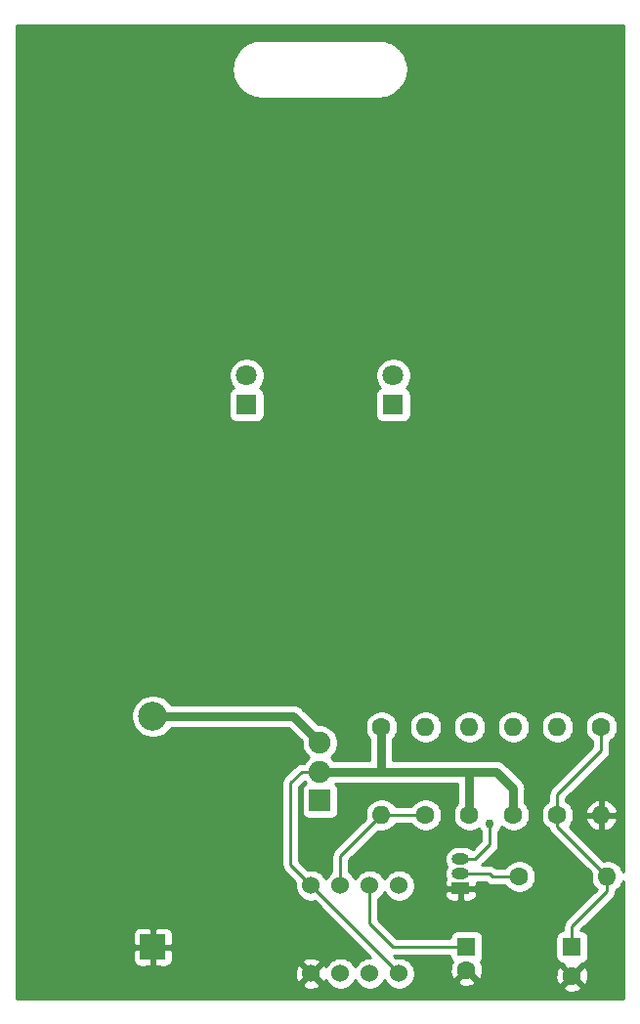
<source format=gtl>
%TF.GenerationSoftware,KiCad,Pcbnew,(5.1.6)-1*%
%TF.CreationDate,2020-08-19T23:20:37-05:00*%
%TF.ProjectId,555_badge,3535355f-6261-4646-9765-2e6b69636164,m01*%
%TF.SameCoordinates,Original*%
%TF.FileFunction,Copper,L1,Top*%
%TF.FilePolarity,Positive*%
%FSLAX46Y46*%
G04 Gerber Fmt 4.6, Leading zero omitted, Abs format (unit mm)*
G04 Created by KiCad (PCBNEW (5.1.6)-1) date 2020-08-19 23:20:37*
%MOMM*%
%LPD*%
G01*
G04 APERTURE LIST*
%TA.AperFunction,ComponentPad*%
%ADD10C,1.524000*%
%TD*%
%TA.AperFunction,ComponentPad*%
%ADD11R,2.170000X2.170000*%
%TD*%
%TA.AperFunction,ComponentPad*%
%ADD12C,2.500000*%
%TD*%
%TA.AperFunction,ComponentPad*%
%ADD13R,1.600000X1.600000*%
%TD*%
%TA.AperFunction,ComponentPad*%
%ADD14C,1.600000*%
%TD*%
%TA.AperFunction,ComponentPad*%
%ADD15R,1.800000X1.800000*%
%TD*%
%TA.AperFunction,ComponentPad*%
%ADD16C,1.800000*%
%TD*%
%TA.AperFunction,ComponentPad*%
%ADD17O,1.500000X1.000000*%
%TD*%
%TA.AperFunction,ComponentPad*%
%ADD18R,1.500000X1.000000*%
%TD*%
%TA.AperFunction,ComponentPad*%
%ADD19O,1.600000X1.600000*%
%TD*%
%TA.AperFunction,ComponentPad*%
%ADD20R,1.900000X1.900000*%
%TD*%
%TA.AperFunction,ComponentPad*%
%ADD21C,1.900000*%
%TD*%
%TA.AperFunction,ViaPad*%
%ADD22C,0.762000*%
%TD*%
%TA.AperFunction,Conductor*%
%ADD23C,0.762000*%
%TD*%
%TA.AperFunction,Conductor*%
%ADD24C,0.254000*%
%TD*%
G04 APERTURE END LIST*
D10*
%TO.P,U1,5*%
%TO.N,Net-(U1-Pad5)*%
X160782000Y-116586000D03*
%TO.P,U1,1*%
%TO.N,GND*%
X153162000Y-124206000D03*
%TO.P,U1,2*%
%TO.N,Net-(C1-Pad1)*%
X155702000Y-124206000D03*
%TO.P,U1,3*%
%TO.N,Net-(R3-Pad2)*%
X158242000Y-124206000D03*
%TO.P,U1,4*%
%TO.N,VCC*%
X160782000Y-124206000D03*
%TO.P,U1,6*%
%TO.N,Net-(C1-Pad1)*%
X158242000Y-116586000D03*
%TO.P,U1,7*%
%TO.N,Net-(R1-Pad2)*%
X155702000Y-116586000D03*
%TO.P,U1,8*%
%TO.N,VCC*%
X153162000Y-116586000D03*
%TD*%
D11*
%TO.P,BAT1,Neg*%
%TO.N,GND*%
X139446000Y-121920000D03*
D12*
%TO.P,BAT1,Pos*%
%TO.N,Net-(BAT1-PadPos)*%
X139446000Y-101920000D03*
%TD*%
D13*
%TO.P,C1,1*%
%TO.N,Net-(C1-Pad1)*%
X166624000Y-121920000D03*
D14*
%TO.P,C1,2*%
%TO.N,GND*%
X166624000Y-123920000D03*
%TD*%
D13*
%TO.P,C2,1*%
%TO.N,Net-(C2-Pad1)*%
X175768000Y-121920000D03*
D14*
%TO.P,C2,2*%
%TO.N,GND*%
X175768000Y-124420000D03*
%TD*%
D15*
%TO.P,D1,1*%
%TO.N,Net-(D1-Pad1)*%
X147574000Y-74930000D03*
D16*
%TO.P,D1,2*%
%TO.N,Net-(D1-Pad2)*%
X147574000Y-72390000D03*
%TD*%
%TO.P,D2,2*%
%TO.N,Net-(D2-Pad2)*%
X160274000Y-72390000D03*
D15*
%TO.P,D2,1*%
%TO.N,Net-(D1-Pad1)*%
X160274000Y-74930000D03*
%TD*%
D17*
%TO.P,Q1,2*%
%TO.N,Net-(Q1-Pad2)*%
X166116000Y-115570000D03*
%TO.P,Q1,3*%
%TO.N,Net-(D1-Pad1)*%
X166116000Y-114300000D03*
D18*
%TO.P,Q1,1*%
%TO.N,GND*%
X166116000Y-116840000D03*
%TD*%
D14*
%TO.P,R1,1*%
%TO.N,VCC*%
X159258000Y-102870000D03*
D19*
%TO.P,R1,2*%
%TO.N,Net-(R1-Pad2)*%
X159258000Y-110490000D03*
%TD*%
%TO.P,R2,2*%
%TO.N,Net-(C1-Pad1)*%
X163068000Y-102870000D03*
D14*
%TO.P,R2,1*%
%TO.N,Net-(R1-Pad2)*%
X163068000Y-110490000D03*
%TD*%
%TO.P,R3,1*%
%TO.N,Net-(C2-Pad1)*%
X174498000Y-110490000D03*
D19*
%TO.P,R3,2*%
%TO.N,Net-(R3-Pad2)*%
X174498000Y-102870000D03*
%TD*%
%TO.P,R4,2*%
%TO.N,GND*%
X178308000Y-110490000D03*
D14*
%TO.P,R4,1*%
%TO.N,Net-(C2-Pad1)*%
X178308000Y-102870000D03*
%TD*%
%TO.P,R5,1*%
%TO.N,Net-(Q1-Pad2)*%
X171196000Y-115824000D03*
D19*
%TO.P,R5,2*%
%TO.N,Net-(C2-Pad1)*%
X178816000Y-115824000D03*
%TD*%
%TO.P,R6,2*%
%TO.N,Net-(D1-Pad2)*%
X166878000Y-102870000D03*
D14*
%TO.P,R6,1*%
%TO.N,VCC*%
X166878000Y-110490000D03*
%TD*%
%TO.P,R7,1*%
%TO.N,VCC*%
X170688000Y-110490000D03*
D19*
%TO.P,R7,2*%
%TO.N,Net-(D2-Pad2)*%
X170688000Y-102870000D03*
%TD*%
D20*
%TO.P,S1,1*%
%TO.N,Net-(S1-Pad1)*%
X153924000Y-109220000D03*
D21*
%TO.P,S1,2*%
%TO.N,VCC*%
X153924000Y-106720000D03*
%TO.P,S1,3*%
%TO.N,Net-(BAT1-PadPos)*%
X153924000Y-104220000D03*
%TD*%
D22*
%TO.N,Net-(D1-Pad1)*%
X168656000Y-111252000D03*
%TD*%
D23*
%TO.N,Net-(BAT1-PadPos)*%
X151624000Y-101920000D02*
X153924000Y-104220000D01*
X139446000Y-101920000D02*
X151624000Y-101920000D01*
D24*
%TO.N,Net-(C1-Pad1)*%
X160274000Y-121920000D02*
X166624000Y-121920000D01*
X158242000Y-116586000D02*
X158242000Y-119888000D01*
X158242000Y-119888000D02*
X160274000Y-121920000D01*
%TO.N,Net-(C2-Pad1)*%
X178816000Y-117094000D02*
X178816000Y-115824000D01*
X175768000Y-121920000D02*
X175768000Y-120142000D01*
X175768000Y-120142000D02*
X178816000Y-117094000D01*
X174498000Y-111506000D02*
X174498000Y-110490000D01*
X178816000Y-115824000D02*
X174498000Y-111506000D01*
X174498000Y-110490000D02*
X174498000Y-108712000D01*
X174498000Y-108712000D02*
X178308000Y-104902000D01*
X178308000Y-104902000D02*
X178308000Y-102870000D01*
%TO.N,Net-(D1-Pad1)*%
X166116000Y-114300000D02*
X167386000Y-114300000D01*
X167386000Y-114300000D02*
X168656000Y-113030000D01*
X168656000Y-113030000D02*
X168656000Y-111252000D01*
%TO.N,Net-(Q1-Pad2)*%
X166116000Y-115570000D02*
X168656000Y-115570000D01*
X168910000Y-115824000D02*
X171196000Y-115824000D01*
X168656000Y-115570000D02*
X168910000Y-115824000D01*
D23*
%TO.N,VCC*%
X170688000Y-108204000D02*
X170688000Y-110490000D01*
X169204000Y-106720000D02*
X170688000Y-108204000D01*
X166878000Y-110490000D02*
X166878000Y-106934000D01*
X166878000Y-106934000D02*
X166664000Y-106720000D01*
X166664000Y-106720000D02*
X169204000Y-106720000D01*
X159258000Y-106680000D02*
X159298000Y-106720000D01*
X159258000Y-102870000D02*
X159258000Y-106680000D01*
X153924000Y-106720000D02*
X159298000Y-106720000D01*
X159298000Y-106720000D02*
X166664000Y-106720000D01*
D24*
X153924000Y-106720000D02*
X152360000Y-106720000D01*
X152360000Y-106720000D02*
X151384000Y-107696000D01*
X151384000Y-114808000D02*
X153162000Y-116586000D01*
X151384000Y-107696000D02*
X151384000Y-114808000D01*
X153162000Y-116586000D02*
X160782000Y-124206000D01*
%TO.N,Net-(R1-Pad2)*%
X155702000Y-114046000D02*
X159258000Y-110490000D01*
X155702000Y-116586000D02*
X155702000Y-114046000D01*
X159258000Y-110490000D02*
X163068000Y-110490000D01*
%TD*%
%TO.N,GND*%
G36*
X180200301Y-115427787D02*
G01*
X180195853Y-115405426D01*
X180087680Y-115144273D01*
X179930637Y-114909241D01*
X179730759Y-114709363D01*
X179495727Y-114552320D01*
X179234574Y-114444147D01*
X178957335Y-114389000D01*
X178674665Y-114389000D01*
X178494474Y-114424843D01*
X175543513Y-111473883D01*
X175612637Y-111404759D01*
X175769680Y-111169727D01*
X175877853Y-110908574D01*
X175891684Y-110839040D01*
X176916091Y-110839040D01*
X177010930Y-111103881D01*
X177155615Y-111345131D01*
X177344586Y-111553519D01*
X177570580Y-111721037D01*
X177824913Y-111841246D01*
X177958961Y-111881904D01*
X178181000Y-111759915D01*
X178181000Y-110617000D01*
X178435000Y-110617000D01*
X178435000Y-111759915D01*
X178657039Y-111881904D01*
X178791087Y-111841246D01*
X179045420Y-111721037D01*
X179271414Y-111553519D01*
X179460385Y-111345131D01*
X179605070Y-111103881D01*
X179699909Y-110839040D01*
X179578624Y-110617000D01*
X178435000Y-110617000D01*
X178181000Y-110617000D01*
X177037376Y-110617000D01*
X176916091Y-110839040D01*
X175891684Y-110839040D01*
X175933000Y-110631335D01*
X175933000Y-110348665D01*
X175891685Y-110140960D01*
X176916091Y-110140960D01*
X177037376Y-110363000D01*
X178181000Y-110363000D01*
X178181000Y-109220085D01*
X178435000Y-109220085D01*
X178435000Y-110363000D01*
X179578624Y-110363000D01*
X179699909Y-110140960D01*
X179605070Y-109876119D01*
X179460385Y-109634869D01*
X179271414Y-109426481D01*
X179045420Y-109258963D01*
X178791087Y-109138754D01*
X178657039Y-109098096D01*
X178435000Y-109220085D01*
X178181000Y-109220085D01*
X177958961Y-109098096D01*
X177824913Y-109138754D01*
X177570580Y-109258963D01*
X177344586Y-109426481D01*
X177155615Y-109634869D01*
X177010930Y-109876119D01*
X176916091Y-110140960D01*
X175891685Y-110140960D01*
X175877853Y-110071426D01*
X175769680Y-109810273D01*
X175612637Y-109575241D01*
X175412759Y-109375363D01*
X175260000Y-109273293D01*
X175260000Y-109027630D01*
X178820347Y-105467283D01*
X178849422Y-105443422D01*
X178909857Y-105369781D01*
X178944645Y-105327393D01*
X178990868Y-105240914D01*
X179015402Y-105195015D01*
X179058974Y-105051378D01*
X179070000Y-104939426D01*
X179070000Y-104939423D01*
X179073686Y-104902000D01*
X179070000Y-104864577D01*
X179070000Y-104086707D01*
X179222759Y-103984637D01*
X179422637Y-103784759D01*
X179579680Y-103549727D01*
X179687853Y-103288574D01*
X179743000Y-103011335D01*
X179743000Y-102728665D01*
X179687853Y-102451426D01*
X179579680Y-102190273D01*
X179422637Y-101955241D01*
X179222759Y-101755363D01*
X178987727Y-101598320D01*
X178726574Y-101490147D01*
X178449335Y-101435000D01*
X178166665Y-101435000D01*
X177889426Y-101490147D01*
X177628273Y-101598320D01*
X177393241Y-101755363D01*
X177193363Y-101955241D01*
X177036320Y-102190273D01*
X176928147Y-102451426D01*
X176873000Y-102728665D01*
X176873000Y-103011335D01*
X176928147Y-103288574D01*
X177036320Y-103549727D01*
X177193363Y-103784759D01*
X177393241Y-103984637D01*
X177546000Y-104086707D01*
X177546000Y-104586370D01*
X173985649Y-108146721D01*
X173956579Y-108170578D01*
X173932722Y-108199648D01*
X173932721Y-108199649D01*
X173861355Y-108286608D01*
X173790599Y-108418985D01*
X173747027Y-108562622D01*
X173732314Y-108712000D01*
X173736001Y-108749433D01*
X173736001Y-109273292D01*
X173583241Y-109375363D01*
X173383363Y-109575241D01*
X173226320Y-109810273D01*
X173118147Y-110071426D01*
X173063000Y-110348665D01*
X173063000Y-110631335D01*
X173118147Y-110908574D01*
X173226320Y-111169727D01*
X173383363Y-111404759D01*
X173583241Y-111604637D01*
X173769358Y-111728996D01*
X173790598Y-111799014D01*
X173823535Y-111860635D01*
X173861355Y-111931392D01*
X173900983Y-111979678D01*
X173956578Y-112047422D01*
X173985654Y-112071284D01*
X177416843Y-115502474D01*
X177381000Y-115682665D01*
X177381000Y-115965335D01*
X177436147Y-116242574D01*
X177544320Y-116503727D01*
X177701363Y-116738759D01*
X177897487Y-116934883D01*
X175255649Y-119576721D01*
X175226579Y-119600578D01*
X175202722Y-119629648D01*
X175202721Y-119629649D01*
X175131355Y-119716608D01*
X175060599Y-119848985D01*
X175017027Y-119992622D01*
X175002314Y-120142000D01*
X175006001Y-120179433D01*
X175006001Y-120481928D01*
X174968000Y-120481928D01*
X174843518Y-120494188D01*
X174723820Y-120530498D01*
X174613506Y-120589463D01*
X174516815Y-120668815D01*
X174437463Y-120765506D01*
X174378498Y-120875820D01*
X174342188Y-120995518D01*
X174329928Y-121120000D01*
X174329928Y-122720000D01*
X174342188Y-122844482D01*
X174378498Y-122964180D01*
X174437463Y-123074494D01*
X174516815Y-123171185D01*
X174613506Y-123250537D01*
X174723820Y-123309502D01*
X174843518Y-123345812D01*
X174968000Y-123358072D01*
X174975215Y-123358072D01*
X174954903Y-123427298D01*
X175768000Y-124240395D01*
X176581097Y-123427298D01*
X176560785Y-123358072D01*
X176568000Y-123358072D01*
X176692482Y-123345812D01*
X176812180Y-123309502D01*
X176922494Y-123250537D01*
X177019185Y-123171185D01*
X177098537Y-123074494D01*
X177157502Y-122964180D01*
X177193812Y-122844482D01*
X177206072Y-122720000D01*
X177206072Y-121120000D01*
X177193812Y-120995518D01*
X177157502Y-120875820D01*
X177098537Y-120765506D01*
X177019185Y-120668815D01*
X176922494Y-120589463D01*
X176812180Y-120530498D01*
X176692482Y-120494188D01*
X176568000Y-120481928D01*
X176530000Y-120481928D01*
X176530000Y-120457630D01*
X179328353Y-117659278D01*
X179357422Y-117635422D01*
X179399475Y-117584180D01*
X179452645Y-117519393D01*
X179523401Y-117387016D01*
X179523402Y-117387015D01*
X179566974Y-117243378D01*
X179578000Y-117131426D01*
X179578000Y-117131423D01*
X179581686Y-117094000D01*
X179578000Y-117056577D01*
X179578000Y-117040707D01*
X179730759Y-116938637D01*
X179930637Y-116738759D01*
X180087680Y-116503727D01*
X180195853Y-116242574D01*
X180200301Y-116220213D01*
X180200301Y-126352300D01*
X127647700Y-126352300D01*
X127647700Y-125171565D01*
X152376040Y-125171565D01*
X152443020Y-125411656D01*
X152692048Y-125528756D01*
X152959135Y-125595023D01*
X153234017Y-125607910D01*
X153506133Y-125566922D01*
X153765023Y-125473636D01*
X153880980Y-125411656D01*
X153947960Y-125171565D01*
X153162000Y-124385605D01*
X152376040Y-125171565D01*
X127647700Y-125171565D01*
X127647700Y-124278017D01*
X151760090Y-124278017D01*
X151801078Y-124550133D01*
X151894364Y-124809023D01*
X151956344Y-124924980D01*
X152196435Y-124991960D01*
X152982395Y-124206000D01*
X152196435Y-123420040D01*
X151956344Y-123487020D01*
X151839244Y-123736048D01*
X151772977Y-124003135D01*
X151760090Y-124278017D01*
X127647700Y-124278017D01*
X127647700Y-123005000D01*
X137722928Y-123005000D01*
X137735188Y-123129482D01*
X137771498Y-123249180D01*
X137830463Y-123359494D01*
X137909815Y-123456185D01*
X138006506Y-123535537D01*
X138116820Y-123594502D01*
X138236518Y-123630812D01*
X138361000Y-123643072D01*
X139160250Y-123640000D01*
X139319000Y-123481250D01*
X139319000Y-122047000D01*
X139573000Y-122047000D01*
X139573000Y-123481250D01*
X139731750Y-123640000D01*
X140531000Y-123643072D01*
X140655482Y-123630812D01*
X140775180Y-123594502D01*
X140885494Y-123535537D01*
X140982185Y-123456185D01*
X141061537Y-123359494D01*
X141120502Y-123249180D01*
X141123154Y-123240435D01*
X152376040Y-123240435D01*
X153162000Y-124026395D01*
X153947960Y-123240435D01*
X153880980Y-123000344D01*
X153631952Y-122883244D01*
X153364865Y-122816977D01*
X153089983Y-122804090D01*
X152817867Y-122845078D01*
X152558977Y-122938364D01*
X152443020Y-123000344D01*
X152376040Y-123240435D01*
X141123154Y-123240435D01*
X141156812Y-123129482D01*
X141169072Y-123005000D01*
X141166000Y-122205750D01*
X141007250Y-122047000D01*
X139573000Y-122047000D01*
X139319000Y-122047000D01*
X137884750Y-122047000D01*
X137726000Y-122205750D01*
X137722928Y-123005000D01*
X127647700Y-123005000D01*
X127647700Y-120835000D01*
X137722928Y-120835000D01*
X137726000Y-121634250D01*
X137884750Y-121793000D01*
X139319000Y-121793000D01*
X139319000Y-120358750D01*
X139573000Y-120358750D01*
X139573000Y-121793000D01*
X141007250Y-121793000D01*
X141166000Y-121634250D01*
X141169072Y-120835000D01*
X141156812Y-120710518D01*
X141120502Y-120590820D01*
X141061537Y-120480506D01*
X140982185Y-120383815D01*
X140885494Y-120304463D01*
X140775180Y-120245498D01*
X140655482Y-120209188D01*
X140531000Y-120196928D01*
X139731750Y-120200000D01*
X139573000Y-120358750D01*
X139319000Y-120358750D01*
X139160250Y-120200000D01*
X138361000Y-120196928D01*
X138236518Y-120209188D01*
X138116820Y-120245498D01*
X138006506Y-120304463D01*
X137909815Y-120383815D01*
X137830463Y-120480506D01*
X137771498Y-120590820D01*
X137735188Y-120710518D01*
X137722928Y-120835000D01*
X127647700Y-120835000D01*
X127647700Y-101734344D01*
X137561000Y-101734344D01*
X137561000Y-102105656D01*
X137633439Y-102469834D01*
X137775534Y-102812882D01*
X137981825Y-103121618D01*
X138244382Y-103384175D01*
X138553118Y-103590466D01*
X138896166Y-103732561D01*
X139260344Y-103805000D01*
X139631656Y-103805000D01*
X139995834Y-103732561D01*
X140338882Y-103590466D01*
X140647618Y-103384175D01*
X140910175Y-103121618D01*
X141034201Y-102936000D01*
X151203160Y-102936000D01*
X152339000Y-104071841D01*
X152339000Y-104376109D01*
X152399911Y-104682327D01*
X152519391Y-104970779D01*
X152692850Y-105230379D01*
X152913621Y-105451150D01*
X152941832Y-105470000D01*
X152913621Y-105488850D01*
X152692850Y-105709621D01*
X152526889Y-105958000D01*
X152397422Y-105958000D01*
X152359999Y-105954314D01*
X152322576Y-105958000D01*
X152322574Y-105958000D01*
X152210622Y-105969026D01*
X152066985Y-106012598D01*
X151934608Y-106083355D01*
X151818578Y-106178578D01*
X151794721Y-106207649D01*
X150871654Y-107130716D01*
X150842578Y-107154578D01*
X150803084Y-107202702D01*
X150747355Y-107270608D01*
X150738492Y-107287190D01*
X150676598Y-107402986D01*
X150633026Y-107546623D01*
X150624144Y-107636810D01*
X150618314Y-107696000D01*
X150622000Y-107733423D01*
X150622001Y-114770567D01*
X150618314Y-114808000D01*
X150633027Y-114957378D01*
X150676599Y-115101015D01*
X150747355Y-115233392D01*
X150818721Y-115320351D01*
X150842579Y-115349422D01*
X150871649Y-115373279D01*
X151795159Y-116296789D01*
X151765000Y-116448408D01*
X151765000Y-116723592D01*
X151818686Y-116993490D01*
X151923995Y-117247727D01*
X152076880Y-117476535D01*
X152271465Y-117671120D01*
X152500273Y-117824005D01*
X152754510Y-117929314D01*
X153024408Y-117983000D01*
X153299592Y-117983000D01*
X153451211Y-117952841D01*
X158307369Y-122809000D01*
X158104408Y-122809000D01*
X157834510Y-122862686D01*
X157580273Y-122967995D01*
X157351465Y-123120880D01*
X157156880Y-123315465D01*
X157003995Y-123544273D01*
X156972000Y-123621515D01*
X156940005Y-123544273D01*
X156787120Y-123315465D01*
X156592535Y-123120880D01*
X156363727Y-122967995D01*
X156109490Y-122862686D01*
X155839592Y-122809000D01*
X155564408Y-122809000D01*
X155294510Y-122862686D01*
X155040273Y-122967995D01*
X154811465Y-123120880D01*
X154616880Y-123315465D01*
X154463995Y-123544273D01*
X154434308Y-123615943D01*
X154429636Y-123602977D01*
X154367656Y-123487020D01*
X154127565Y-123420040D01*
X153341605Y-124206000D01*
X154127565Y-124991960D01*
X154367656Y-124924980D01*
X154431485Y-124789240D01*
X154463995Y-124867727D01*
X154616880Y-125096535D01*
X154811465Y-125291120D01*
X155040273Y-125444005D01*
X155294510Y-125549314D01*
X155564408Y-125603000D01*
X155839592Y-125603000D01*
X156109490Y-125549314D01*
X156363727Y-125444005D01*
X156592535Y-125291120D01*
X156787120Y-125096535D01*
X156940005Y-124867727D01*
X156972000Y-124790485D01*
X157003995Y-124867727D01*
X157156880Y-125096535D01*
X157351465Y-125291120D01*
X157580273Y-125444005D01*
X157834510Y-125549314D01*
X158104408Y-125603000D01*
X158379592Y-125603000D01*
X158649490Y-125549314D01*
X158903727Y-125444005D01*
X159132535Y-125291120D01*
X159327120Y-125096535D01*
X159480005Y-124867727D01*
X159512000Y-124790485D01*
X159543995Y-124867727D01*
X159696880Y-125096535D01*
X159891465Y-125291120D01*
X160120273Y-125444005D01*
X160374510Y-125549314D01*
X160644408Y-125603000D01*
X160919592Y-125603000D01*
X161189490Y-125549314D01*
X161443727Y-125444005D01*
X161490575Y-125412702D01*
X174954903Y-125412702D01*
X175026486Y-125656671D01*
X175281996Y-125777571D01*
X175556184Y-125846300D01*
X175838512Y-125860217D01*
X176118130Y-125818787D01*
X176384292Y-125723603D01*
X176509514Y-125656671D01*
X176581097Y-125412702D01*
X175768000Y-124599605D01*
X174954903Y-125412702D01*
X161490575Y-125412702D01*
X161672535Y-125291120D01*
X161867120Y-125096535D01*
X161989953Y-124912702D01*
X165810903Y-124912702D01*
X165882486Y-125156671D01*
X166137996Y-125277571D01*
X166412184Y-125346300D01*
X166694512Y-125360217D01*
X166974130Y-125318787D01*
X167240292Y-125223603D01*
X167365514Y-125156671D01*
X167437097Y-124912702D01*
X166624000Y-124099605D01*
X165810903Y-124912702D01*
X161989953Y-124912702D01*
X162020005Y-124867727D01*
X162125314Y-124613490D01*
X162179000Y-124343592D01*
X162179000Y-124068408D01*
X162125314Y-123798510D01*
X162020005Y-123544273D01*
X161867120Y-123315465D01*
X161672535Y-123120880D01*
X161443727Y-122967995D01*
X161189490Y-122862686D01*
X160919592Y-122809000D01*
X160644408Y-122809000D01*
X160492790Y-122839159D01*
X160335631Y-122682000D01*
X165185928Y-122682000D01*
X165185928Y-122720000D01*
X165198188Y-122844482D01*
X165234498Y-122964180D01*
X165293463Y-123074494D01*
X165372815Y-123171185D01*
X165385758Y-123181807D01*
X165266429Y-123433996D01*
X165197700Y-123708184D01*
X165183783Y-123990512D01*
X165225213Y-124270130D01*
X165320397Y-124536292D01*
X165387329Y-124661514D01*
X165631298Y-124733097D01*
X166444395Y-123920000D01*
X166430253Y-123905858D01*
X166609858Y-123726253D01*
X166624000Y-123740395D01*
X166638143Y-123726253D01*
X166817748Y-123905858D01*
X166803605Y-123920000D01*
X167616702Y-124733097D01*
X167860671Y-124661514D01*
X167941584Y-124490512D01*
X174327783Y-124490512D01*
X174369213Y-124770130D01*
X174464397Y-125036292D01*
X174531329Y-125161514D01*
X174775298Y-125233097D01*
X175588395Y-124420000D01*
X175947605Y-124420000D01*
X176760702Y-125233097D01*
X177004671Y-125161514D01*
X177125571Y-124906004D01*
X177194300Y-124631816D01*
X177208217Y-124349488D01*
X177166787Y-124069870D01*
X177071603Y-123803708D01*
X177004671Y-123678486D01*
X176760702Y-123606903D01*
X175947605Y-124420000D01*
X175588395Y-124420000D01*
X174775298Y-123606903D01*
X174531329Y-123678486D01*
X174410429Y-123933996D01*
X174341700Y-124208184D01*
X174327783Y-124490512D01*
X167941584Y-124490512D01*
X167981571Y-124406004D01*
X168050300Y-124131816D01*
X168064217Y-123849488D01*
X168022787Y-123569870D01*
X167927603Y-123303708D01*
X167862384Y-123181691D01*
X167875185Y-123171185D01*
X167954537Y-123074494D01*
X168013502Y-122964180D01*
X168049812Y-122844482D01*
X168062072Y-122720000D01*
X168062072Y-121120000D01*
X168049812Y-120995518D01*
X168013502Y-120875820D01*
X167954537Y-120765506D01*
X167875185Y-120668815D01*
X167778494Y-120589463D01*
X167668180Y-120530498D01*
X167548482Y-120494188D01*
X167424000Y-120481928D01*
X165824000Y-120481928D01*
X165699518Y-120494188D01*
X165579820Y-120530498D01*
X165469506Y-120589463D01*
X165372815Y-120668815D01*
X165293463Y-120765506D01*
X165234498Y-120875820D01*
X165198188Y-120995518D01*
X165185928Y-121120000D01*
X165185928Y-121158000D01*
X160589631Y-121158000D01*
X159004000Y-119572370D01*
X159004000Y-117757005D01*
X159132535Y-117671120D01*
X159327120Y-117476535D01*
X159480005Y-117247727D01*
X159512000Y-117170485D01*
X159543995Y-117247727D01*
X159696880Y-117476535D01*
X159891465Y-117671120D01*
X160120273Y-117824005D01*
X160374510Y-117929314D01*
X160644408Y-117983000D01*
X160919592Y-117983000D01*
X161189490Y-117929314D01*
X161443727Y-117824005D01*
X161672535Y-117671120D01*
X161867120Y-117476535D01*
X161958349Y-117340000D01*
X164727928Y-117340000D01*
X164740188Y-117464482D01*
X164776498Y-117584180D01*
X164835463Y-117694494D01*
X164914815Y-117791185D01*
X165011506Y-117870537D01*
X165121820Y-117929502D01*
X165241518Y-117965812D01*
X165366000Y-117978072D01*
X165830250Y-117975000D01*
X165989000Y-117816250D01*
X165989000Y-116967000D01*
X166243000Y-116967000D01*
X166243000Y-117816250D01*
X166401750Y-117975000D01*
X166866000Y-117978072D01*
X166990482Y-117965812D01*
X167110180Y-117929502D01*
X167220494Y-117870537D01*
X167317185Y-117791185D01*
X167396537Y-117694494D01*
X167455502Y-117584180D01*
X167491812Y-117464482D01*
X167504072Y-117340000D01*
X167501000Y-117125750D01*
X167342250Y-116967000D01*
X166243000Y-116967000D01*
X165989000Y-116967000D01*
X164889750Y-116967000D01*
X164731000Y-117125750D01*
X164727928Y-117340000D01*
X161958349Y-117340000D01*
X162020005Y-117247727D01*
X162125314Y-116993490D01*
X162179000Y-116723592D01*
X162179000Y-116448408D01*
X162125314Y-116178510D01*
X162020005Y-115924273D01*
X161867120Y-115695465D01*
X161672535Y-115500880D01*
X161443727Y-115347995D01*
X161189490Y-115242686D01*
X160919592Y-115189000D01*
X160644408Y-115189000D01*
X160374510Y-115242686D01*
X160120273Y-115347995D01*
X159891465Y-115500880D01*
X159696880Y-115695465D01*
X159543995Y-115924273D01*
X159512000Y-116001515D01*
X159480005Y-115924273D01*
X159327120Y-115695465D01*
X159132535Y-115500880D01*
X158903727Y-115347995D01*
X158649490Y-115242686D01*
X158379592Y-115189000D01*
X158104408Y-115189000D01*
X157834510Y-115242686D01*
X157580273Y-115347995D01*
X157351465Y-115500880D01*
X157156880Y-115695465D01*
X157003995Y-115924273D01*
X156972000Y-116001515D01*
X156940005Y-115924273D01*
X156787120Y-115695465D01*
X156592535Y-115500880D01*
X156464000Y-115414995D01*
X156464000Y-114361630D01*
X158936474Y-111889157D01*
X159116665Y-111925000D01*
X159399335Y-111925000D01*
X159676574Y-111869853D01*
X159937727Y-111761680D01*
X160172759Y-111604637D01*
X160372637Y-111404759D01*
X160474707Y-111252000D01*
X161851293Y-111252000D01*
X161953363Y-111404759D01*
X162153241Y-111604637D01*
X162388273Y-111761680D01*
X162649426Y-111869853D01*
X162926665Y-111925000D01*
X163209335Y-111925000D01*
X163486574Y-111869853D01*
X163747727Y-111761680D01*
X163982759Y-111604637D01*
X164182637Y-111404759D01*
X164339680Y-111169727D01*
X164447853Y-110908574D01*
X164503000Y-110631335D01*
X164503000Y-110348665D01*
X164447853Y-110071426D01*
X164339680Y-109810273D01*
X164182637Y-109575241D01*
X163982759Y-109375363D01*
X163747727Y-109218320D01*
X163486574Y-109110147D01*
X163209335Y-109055000D01*
X162926665Y-109055000D01*
X162649426Y-109110147D01*
X162388273Y-109218320D01*
X162153241Y-109375363D01*
X161953363Y-109575241D01*
X161851293Y-109728000D01*
X160474707Y-109728000D01*
X160372637Y-109575241D01*
X160172759Y-109375363D01*
X159937727Y-109218320D01*
X159676574Y-109110147D01*
X159399335Y-109055000D01*
X159116665Y-109055000D01*
X158839426Y-109110147D01*
X158578273Y-109218320D01*
X158343241Y-109375363D01*
X158143363Y-109575241D01*
X157986320Y-109810273D01*
X157878147Y-110071426D01*
X157823000Y-110348665D01*
X157823000Y-110631335D01*
X157858843Y-110811526D01*
X155189649Y-113480721D01*
X155160579Y-113504578D01*
X155136722Y-113533648D01*
X155136721Y-113533649D01*
X155065355Y-113620608D01*
X154994599Y-113752985D01*
X154951027Y-113896622D01*
X154936314Y-114046000D01*
X154940001Y-114083433D01*
X154940000Y-115414995D01*
X154811465Y-115500880D01*
X154616880Y-115695465D01*
X154463995Y-115924273D01*
X154432000Y-116001515D01*
X154400005Y-115924273D01*
X154247120Y-115695465D01*
X154052535Y-115500880D01*
X153823727Y-115347995D01*
X153569490Y-115242686D01*
X153299592Y-115189000D01*
X153024408Y-115189000D01*
X152872789Y-115219159D01*
X152146000Y-114492370D01*
X152146000Y-108011630D01*
X152586466Y-107571164D01*
X152678021Y-107708186D01*
X152619506Y-107739463D01*
X152522815Y-107818815D01*
X152443463Y-107915506D01*
X152384498Y-108025820D01*
X152348188Y-108145518D01*
X152335928Y-108270000D01*
X152335928Y-110170000D01*
X152348188Y-110294482D01*
X152384498Y-110414180D01*
X152443463Y-110524494D01*
X152522815Y-110621185D01*
X152619506Y-110700537D01*
X152729820Y-110759502D01*
X152849518Y-110795812D01*
X152974000Y-110808072D01*
X154874000Y-110808072D01*
X154998482Y-110795812D01*
X155118180Y-110759502D01*
X155228494Y-110700537D01*
X155325185Y-110621185D01*
X155404537Y-110524494D01*
X155463502Y-110414180D01*
X155499812Y-110294482D01*
X155512072Y-110170000D01*
X155512072Y-108270000D01*
X155499812Y-108145518D01*
X155463502Y-108025820D01*
X155404537Y-107915506D01*
X155325185Y-107818815D01*
X155228494Y-107739463D01*
X155222015Y-107736000D01*
X159248098Y-107736000D01*
X159298000Y-107740915D01*
X159347902Y-107736000D01*
X165862001Y-107736000D01*
X165862000Y-109476604D01*
X165763363Y-109575241D01*
X165606320Y-109810273D01*
X165498147Y-110071426D01*
X165443000Y-110348665D01*
X165443000Y-110631335D01*
X165498147Y-110908574D01*
X165606320Y-111169727D01*
X165763363Y-111404759D01*
X165963241Y-111604637D01*
X166198273Y-111761680D01*
X166459426Y-111869853D01*
X166736665Y-111925000D01*
X167019335Y-111925000D01*
X167296574Y-111869853D01*
X167557727Y-111761680D01*
X167721953Y-111651948D01*
X167755632Y-111733256D01*
X167866821Y-111899662D01*
X167894001Y-111926842D01*
X167894000Y-112714369D01*
X167140796Y-113467574D01*
X166999623Y-113351716D01*
X166802447Y-113246324D01*
X166588499Y-113181423D01*
X166421752Y-113165000D01*
X165810248Y-113165000D01*
X165643501Y-113181423D01*
X165429553Y-113246324D01*
X165232377Y-113351716D01*
X165059551Y-113493551D01*
X164917716Y-113666377D01*
X164812324Y-113863553D01*
X164747423Y-114077501D01*
X164725509Y-114300000D01*
X164747423Y-114522499D01*
X164812324Y-114736447D01*
X164917716Y-114933623D01*
X164918846Y-114935000D01*
X164917716Y-114936377D01*
X164812324Y-115133553D01*
X164747423Y-115347501D01*
X164725509Y-115570000D01*
X164747423Y-115792499D01*
X164812324Y-116006447D01*
X164818297Y-116017621D01*
X164776498Y-116095820D01*
X164740188Y-116215518D01*
X164727928Y-116340000D01*
X164731000Y-116554250D01*
X164889750Y-116713000D01*
X165989000Y-116713000D01*
X165989000Y-116705000D01*
X166243000Y-116705000D01*
X166243000Y-116713000D01*
X167342250Y-116713000D01*
X167501000Y-116554250D01*
X167504072Y-116340000D01*
X167503284Y-116332000D01*
X168340370Y-116332000D01*
X168344716Y-116336346D01*
X168368578Y-116365422D01*
X168484608Y-116460645D01*
X168616985Y-116531402D01*
X168760622Y-116574974D01*
X168872574Y-116586000D01*
X168872576Y-116586000D01*
X168909999Y-116589686D01*
X168947422Y-116586000D01*
X169979293Y-116586000D01*
X170081363Y-116738759D01*
X170281241Y-116938637D01*
X170516273Y-117095680D01*
X170777426Y-117203853D01*
X171054665Y-117259000D01*
X171337335Y-117259000D01*
X171614574Y-117203853D01*
X171875727Y-117095680D01*
X172110759Y-116938637D01*
X172310637Y-116738759D01*
X172467680Y-116503727D01*
X172575853Y-116242574D01*
X172631000Y-115965335D01*
X172631000Y-115682665D01*
X172575853Y-115405426D01*
X172467680Y-115144273D01*
X172310637Y-114909241D01*
X172110759Y-114709363D01*
X171875727Y-114552320D01*
X171614574Y-114444147D01*
X171337335Y-114389000D01*
X171054665Y-114389000D01*
X170777426Y-114444147D01*
X170516273Y-114552320D01*
X170281241Y-114709363D01*
X170081363Y-114909241D01*
X169979293Y-115062000D01*
X169225630Y-115062000D01*
X169221284Y-115057654D01*
X169197422Y-115028578D01*
X169081392Y-114933355D01*
X168949015Y-114862598D01*
X168805378Y-114819026D01*
X168693426Y-114808000D01*
X168693423Y-114808000D01*
X168656000Y-114804314D01*
X168618577Y-114808000D01*
X167955630Y-114808000D01*
X169168353Y-113595278D01*
X169197422Y-113571422D01*
X169292645Y-113455392D01*
X169363402Y-113323015D01*
X169406974Y-113179378D01*
X169418000Y-113067426D01*
X169418000Y-113067424D01*
X169421686Y-113030001D01*
X169418000Y-112992578D01*
X169418000Y-111926841D01*
X169445179Y-111899662D01*
X169556368Y-111733256D01*
X169632956Y-111548356D01*
X169646893Y-111478289D01*
X169773241Y-111604637D01*
X170008273Y-111761680D01*
X170269426Y-111869853D01*
X170546665Y-111925000D01*
X170829335Y-111925000D01*
X171106574Y-111869853D01*
X171367727Y-111761680D01*
X171602759Y-111604637D01*
X171802637Y-111404759D01*
X171959680Y-111169727D01*
X172067853Y-110908574D01*
X172123000Y-110631335D01*
X172123000Y-110348665D01*
X172067853Y-110071426D01*
X171959680Y-109810273D01*
X171802637Y-109575241D01*
X171704000Y-109476604D01*
X171704000Y-108253902D01*
X171708915Y-108204000D01*
X171689298Y-108004829D01*
X171631202Y-107813312D01*
X171582019Y-107721298D01*
X171536860Y-107636810D01*
X171409896Y-107482104D01*
X171371133Y-107450292D01*
X169957712Y-106036872D01*
X169925896Y-105998104D01*
X169771190Y-105871140D01*
X169594687Y-105776798D01*
X169403171Y-105718702D01*
X169253902Y-105704000D01*
X169204000Y-105699085D01*
X169154098Y-105704000D01*
X166713902Y-105704000D01*
X166664000Y-105699085D01*
X166614098Y-105704000D01*
X160274000Y-105704000D01*
X160274000Y-103883396D01*
X160372637Y-103784759D01*
X160529680Y-103549727D01*
X160637853Y-103288574D01*
X160693000Y-103011335D01*
X160693000Y-102728665D01*
X161633000Y-102728665D01*
X161633000Y-103011335D01*
X161688147Y-103288574D01*
X161796320Y-103549727D01*
X161953363Y-103784759D01*
X162153241Y-103984637D01*
X162388273Y-104141680D01*
X162649426Y-104249853D01*
X162926665Y-104305000D01*
X163209335Y-104305000D01*
X163486574Y-104249853D01*
X163747727Y-104141680D01*
X163982759Y-103984637D01*
X164182637Y-103784759D01*
X164339680Y-103549727D01*
X164447853Y-103288574D01*
X164503000Y-103011335D01*
X164503000Y-102728665D01*
X165443000Y-102728665D01*
X165443000Y-103011335D01*
X165498147Y-103288574D01*
X165606320Y-103549727D01*
X165763363Y-103784759D01*
X165963241Y-103984637D01*
X166198273Y-104141680D01*
X166459426Y-104249853D01*
X166736665Y-104305000D01*
X167019335Y-104305000D01*
X167296574Y-104249853D01*
X167557727Y-104141680D01*
X167792759Y-103984637D01*
X167992637Y-103784759D01*
X168149680Y-103549727D01*
X168257853Y-103288574D01*
X168313000Y-103011335D01*
X168313000Y-102728665D01*
X169253000Y-102728665D01*
X169253000Y-103011335D01*
X169308147Y-103288574D01*
X169416320Y-103549727D01*
X169573363Y-103784759D01*
X169773241Y-103984637D01*
X170008273Y-104141680D01*
X170269426Y-104249853D01*
X170546665Y-104305000D01*
X170829335Y-104305000D01*
X171106574Y-104249853D01*
X171367727Y-104141680D01*
X171602759Y-103984637D01*
X171802637Y-103784759D01*
X171959680Y-103549727D01*
X172067853Y-103288574D01*
X172123000Y-103011335D01*
X172123000Y-102728665D01*
X173063000Y-102728665D01*
X173063000Y-103011335D01*
X173118147Y-103288574D01*
X173226320Y-103549727D01*
X173383363Y-103784759D01*
X173583241Y-103984637D01*
X173818273Y-104141680D01*
X174079426Y-104249853D01*
X174356665Y-104305000D01*
X174639335Y-104305000D01*
X174916574Y-104249853D01*
X175177727Y-104141680D01*
X175412759Y-103984637D01*
X175612637Y-103784759D01*
X175769680Y-103549727D01*
X175877853Y-103288574D01*
X175933000Y-103011335D01*
X175933000Y-102728665D01*
X175877853Y-102451426D01*
X175769680Y-102190273D01*
X175612637Y-101955241D01*
X175412759Y-101755363D01*
X175177727Y-101598320D01*
X174916574Y-101490147D01*
X174639335Y-101435000D01*
X174356665Y-101435000D01*
X174079426Y-101490147D01*
X173818273Y-101598320D01*
X173583241Y-101755363D01*
X173383363Y-101955241D01*
X173226320Y-102190273D01*
X173118147Y-102451426D01*
X173063000Y-102728665D01*
X172123000Y-102728665D01*
X172067853Y-102451426D01*
X171959680Y-102190273D01*
X171802637Y-101955241D01*
X171602759Y-101755363D01*
X171367727Y-101598320D01*
X171106574Y-101490147D01*
X170829335Y-101435000D01*
X170546665Y-101435000D01*
X170269426Y-101490147D01*
X170008273Y-101598320D01*
X169773241Y-101755363D01*
X169573363Y-101955241D01*
X169416320Y-102190273D01*
X169308147Y-102451426D01*
X169253000Y-102728665D01*
X168313000Y-102728665D01*
X168257853Y-102451426D01*
X168149680Y-102190273D01*
X167992637Y-101955241D01*
X167792759Y-101755363D01*
X167557727Y-101598320D01*
X167296574Y-101490147D01*
X167019335Y-101435000D01*
X166736665Y-101435000D01*
X166459426Y-101490147D01*
X166198273Y-101598320D01*
X165963241Y-101755363D01*
X165763363Y-101955241D01*
X165606320Y-102190273D01*
X165498147Y-102451426D01*
X165443000Y-102728665D01*
X164503000Y-102728665D01*
X164447853Y-102451426D01*
X164339680Y-102190273D01*
X164182637Y-101955241D01*
X163982759Y-101755363D01*
X163747727Y-101598320D01*
X163486574Y-101490147D01*
X163209335Y-101435000D01*
X162926665Y-101435000D01*
X162649426Y-101490147D01*
X162388273Y-101598320D01*
X162153241Y-101755363D01*
X161953363Y-101955241D01*
X161796320Y-102190273D01*
X161688147Y-102451426D01*
X161633000Y-102728665D01*
X160693000Y-102728665D01*
X160637853Y-102451426D01*
X160529680Y-102190273D01*
X160372637Y-101955241D01*
X160172759Y-101755363D01*
X159937727Y-101598320D01*
X159676574Y-101490147D01*
X159399335Y-101435000D01*
X159116665Y-101435000D01*
X158839426Y-101490147D01*
X158578273Y-101598320D01*
X158343241Y-101755363D01*
X158143363Y-101955241D01*
X157986320Y-102190273D01*
X157878147Y-102451426D01*
X157823000Y-102728665D01*
X157823000Y-103011335D01*
X157878147Y-103288574D01*
X157986320Y-103549727D01*
X158143363Y-103784759D01*
X158242000Y-103883396D01*
X158242001Y-105704000D01*
X155149529Y-105704000D01*
X154934379Y-105488850D01*
X154906168Y-105470000D01*
X154934379Y-105451150D01*
X155155150Y-105230379D01*
X155328609Y-104970779D01*
X155448089Y-104682327D01*
X155509000Y-104376109D01*
X155509000Y-104063891D01*
X155448089Y-103757673D01*
X155328609Y-103469221D01*
X155155150Y-103209621D01*
X154934379Y-102988850D01*
X154674779Y-102815391D01*
X154386327Y-102695911D01*
X154080109Y-102635000D01*
X153775841Y-102635000D01*
X152377712Y-101236872D01*
X152345896Y-101198104D01*
X152191190Y-101071140D01*
X152014687Y-100976798D01*
X151823171Y-100918702D01*
X151673902Y-100904000D01*
X151624000Y-100899085D01*
X151574098Y-100904000D01*
X141034201Y-100904000D01*
X140910175Y-100718382D01*
X140647618Y-100455825D01*
X140338882Y-100249534D01*
X139995834Y-100107439D01*
X139631656Y-100035000D01*
X139260344Y-100035000D01*
X138896166Y-100107439D01*
X138553118Y-100249534D01*
X138244382Y-100455825D01*
X137981825Y-100718382D01*
X137775534Y-101027118D01*
X137633439Y-101370166D01*
X137561000Y-101734344D01*
X127647700Y-101734344D01*
X127647700Y-74030000D01*
X146035928Y-74030000D01*
X146035928Y-75830000D01*
X146048188Y-75954482D01*
X146084498Y-76074180D01*
X146143463Y-76184494D01*
X146222815Y-76281185D01*
X146319506Y-76360537D01*
X146429820Y-76419502D01*
X146549518Y-76455812D01*
X146674000Y-76468072D01*
X148474000Y-76468072D01*
X148598482Y-76455812D01*
X148718180Y-76419502D01*
X148828494Y-76360537D01*
X148925185Y-76281185D01*
X149004537Y-76184494D01*
X149063502Y-76074180D01*
X149099812Y-75954482D01*
X149112072Y-75830000D01*
X149112072Y-74030000D01*
X158735928Y-74030000D01*
X158735928Y-75830000D01*
X158748188Y-75954482D01*
X158784498Y-76074180D01*
X158843463Y-76184494D01*
X158922815Y-76281185D01*
X159019506Y-76360537D01*
X159129820Y-76419502D01*
X159249518Y-76455812D01*
X159374000Y-76468072D01*
X161174000Y-76468072D01*
X161298482Y-76455812D01*
X161418180Y-76419502D01*
X161528494Y-76360537D01*
X161625185Y-76281185D01*
X161704537Y-76184494D01*
X161763502Y-76074180D01*
X161799812Y-75954482D01*
X161812072Y-75830000D01*
X161812072Y-74030000D01*
X161799812Y-73905518D01*
X161763502Y-73785820D01*
X161704537Y-73675506D01*
X161625185Y-73578815D01*
X161528494Y-73499463D01*
X161418180Y-73440498D01*
X161399873Y-73434944D01*
X161466312Y-73368505D01*
X161634299Y-73117095D01*
X161750011Y-72837743D01*
X161809000Y-72541184D01*
X161809000Y-72238816D01*
X161750011Y-71942257D01*
X161634299Y-71662905D01*
X161466312Y-71411495D01*
X161252505Y-71197688D01*
X161001095Y-71029701D01*
X160721743Y-70913989D01*
X160425184Y-70855000D01*
X160122816Y-70855000D01*
X159826257Y-70913989D01*
X159546905Y-71029701D01*
X159295495Y-71197688D01*
X159081688Y-71411495D01*
X158913701Y-71662905D01*
X158797989Y-71942257D01*
X158739000Y-72238816D01*
X158739000Y-72541184D01*
X158797989Y-72837743D01*
X158913701Y-73117095D01*
X159081688Y-73368505D01*
X159148127Y-73434944D01*
X159129820Y-73440498D01*
X159019506Y-73499463D01*
X158922815Y-73578815D01*
X158843463Y-73675506D01*
X158784498Y-73785820D01*
X158748188Y-73905518D01*
X158735928Y-74030000D01*
X149112072Y-74030000D01*
X149099812Y-73905518D01*
X149063502Y-73785820D01*
X149004537Y-73675506D01*
X148925185Y-73578815D01*
X148828494Y-73499463D01*
X148718180Y-73440498D01*
X148699873Y-73434944D01*
X148766312Y-73368505D01*
X148934299Y-73117095D01*
X149050011Y-72837743D01*
X149109000Y-72541184D01*
X149109000Y-72238816D01*
X149050011Y-71942257D01*
X148934299Y-71662905D01*
X148766312Y-71411495D01*
X148552505Y-71197688D01*
X148301095Y-71029701D01*
X148021743Y-70913989D01*
X147725184Y-70855000D01*
X147422816Y-70855000D01*
X147126257Y-70913989D01*
X146846905Y-71029701D01*
X146595495Y-71197688D01*
X146381688Y-71411495D01*
X146213701Y-71662905D01*
X146097989Y-71942257D01*
X146039000Y-72238816D01*
X146039000Y-72541184D01*
X146097989Y-72837743D01*
X146213701Y-73117095D01*
X146381688Y-73368505D01*
X146448127Y-73434944D01*
X146429820Y-73440498D01*
X146319506Y-73499463D01*
X146222815Y-73578815D01*
X146143463Y-73675506D01*
X146084498Y-73785820D01*
X146048188Y-73905518D01*
X146035928Y-74030000D01*
X127647700Y-74030000D01*
X127647700Y-45801595D01*
X146294012Y-45801595D01*
X146294422Y-45860299D01*
X146294012Y-45919003D01*
X146294894Y-45928003D01*
X146333757Y-46297757D01*
X146345563Y-46355274D01*
X146356561Y-46412926D01*
X146359175Y-46421584D01*
X146469117Y-46776747D01*
X146491874Y-46830883D01*
X146513857Y-46885293D01*
X146518102Y-46893278D01*
X146694934Y-47220323D01*
X146727766Y-47268999D01*
X146759906Y-47318114D01*
X146765622Y-47325122D01*
X147002611Y-47611592D01*
X147044267Y-47652958D01*
X147085338Y-47694899D01*
X147092306Y-47700663D01*
X147380423Y-47935646D01*
X147429336Y-47968144D01*
X147477758Y-48001299D01*
X147485708Y-48005597D01*
X147485712Y-48005600D01*
X147485716Y-48005602D01*
X147813985Y-48180145D01*
X147868261Y-48202516D01*
X147922215Y-48225642D01*
X147930852Y-48228315D01*
X147930856Y-48228317D01*
X147930860Y-48228318D01*
X148286777Y-48335775D01*
X148344338Y-48347173D01*
X148401787Y-48359384D01*
X148410778Y-48360329D01*
X148410780Y-48360329D01*
X148780796Y-48396609D01*
X148780809Y-48396609D01*
X148812191Y-48399700D01*
X159035809Y-48399700D01*
X159069080Y-48396423D01*
X159093803Y-48396423D01*
X159102796Y-48395478D01*
X159472270Y-48354035D01*
X159529710Y-48341826D01*
X159587278Y-48330427D01*
X159595917Y-48327753D01*
X159950304Y-48215335D01*
X160004293Y-48192195D01*
X160058536Y-48169838D01*
X160066491Y-48165537D01*
X160392294Y-47986425D01*
X160440740Y-47953253D01*
X160489627Y-47920773D01*
X160496590Y-47915012D01*
X160496596Y-47915008D01*
X160496601Y-47915003D01*
X160781403Y-47676026D01*
X160822470Y-47634090D01*
X160864132Y-47592719D01*
X160869847Y-47585711D01*
X161102813Y-47295960D01*
X161134962Y-47246832D01*
X161167785Y-47198170D01*
X161172030Y-47190185D01*
X161344279Y-46860703D01*
X161366282Y-46806243D01*
X161389019Y-46752156D01*
X161391633Y-46743498D01*
X161496605Y-46386833D01*
X161507611Y-46329137D01*
X161519409Y-46271665D01*
X161520290Y-46262672D01*
X161520292Y-46262663D01*
X161520292Y-46262655D01*
X161553988Y-45892405D01*
X161553578Y-45833701D01*
X161553988Y-45774998D01*
X161553106Y-45765998D01*
X161514243Y-45396243D01*
X161502430Y-45338696D01*
X161491438Y-45281073D01*
X161488825Y-45272416D01*
X161378883Y-44917252D01*
X161356114Y-44863088D01*
X161334143Y-44808706D01*
X161329898Y-44800722D01*
X161153066Y-44473677D01*
X161120234Y-44425001D01*
X161088094Y-44375886D01*
X161082378Y-44368878D01*
X160845389Y-44082408D01*
X160803733Y-44041042D01*
X160762662Y-43999101D01*
X160755694Y-43993337D01*
X160467577Y-43758354D01*
X160418664Y-43725856D01*
X160370242Y-43692701D01*
X160362292Y-43688403D01*
X160362288Y-43688400D01*
X160362284Y-43688398D01*
X160034015Y-43513855D01*
X159979753Y-43491490D01*
X159925784Y-43468358D01*
X159917145Y-43465684D01*
X159561223Y-43358224D01*
X159503626Y-43346819D01*
X159446213Y-43334616D01*
X159437223Y-43333671D01*
X159437219Y-43333671D01*
X159067204Y-43297391D01*
X159067191Y-43297391D01*
X159035809Y-43294300D01*
X148812191Y-43294300D01*
X148778920Y-43297577D01*
X148754197Y-43297577D01*
X148745204Y-43298522D01*
X148375730Y-43339965D01*
X148318265Y-43352180D01*
X148260722Y-43363573D01*
X148252083Y-43366247D01*
X147897696Y-43478665D01*
X147843720Y-43501799D01*
X147789463Y-43524162D01*
X147781509Y-43528463D01*
X147455706Y-43707575D01*
X147407277Y-43740735D01*
X147358372Y-43773227D01*
X147351410Y-43778988D01*
X147351404Y-43778992D01*
X147351399Y-43778997D01*
X147066597Y-44017974D01*
X147025511Y-44059929D01*
X146983868Y-44101282D01*
X146978158Y-44108284D01*
X146978153Y-44108289D01*
X146978149Y-44108294D01*
X146745187Y-44398040D01*
X146713042Y-44447163D01*
X146680215Y-44495831D01*
X146675973Y-44503811D01*
X146675970Y-44503815D01*
X146675970Y-44503816D01*
X146503721Y-44833297D01*
X146481722Y-44887745D01*
X146458981Y-44941844D01*
X146456367Y-44950501D01*
X146351395Y-45307167D01*
X146340389Y-45364863D01*
X146328591Y-45422335D01*
X146327710Y-45431328D01*
X146327708Y-45431337D01*
X146327708Y-45431345D01*
X146294012Y-45801595D01*
X127647700Y-45801595D01*
X127647700Y-42049700D01*
X180200300Y-42049700D01*
X180200301Y-115427787D01*
G37*
X180200301Y-115427787D02*
X180195853Y-115405426D01*
X180087680Y-115144273D01*
X179930637Y-114909241D01*
X179730759Y-114709363D01*
X179495727Y-114552320D01*
X179234574Y-114444147D01*
X178957335Y-114389000D01*
X178674665Y-114389000D01*
X178494474Y-114424843D01*
X175543513Y-111473883D01*
X175612637Y-111404759D01*
X175769680Y-111169727D01*
X175877853Y-110908574D01*
X175891684Y-110839040D01*
X176916091Y-110839040D01*
X177010930Y-111103881D01*
X177155615Y-111345131D01*
X177344586Y-111553519D01*
X177570580Y-111721037D01*
X177824913Y-111841246D01*
X177958961Y-111881904D01*
X178181000Y-111759915D01*
X178181000Y-110617000D01*
X178435000Y-110617000D01*
X178435000Y-111759915D01*
X178657039Y-111881904D01*
X178791087Y-111841246D01*
X179045420Y-111721037D01*
X179271414Y-111553519D01*
X179460385Y-111345131D01*
X179605070Y-111103881D01*
X179699909Y-110839040D01*
X179578624Y-110617000D01*
X178435000Y-110617000D01*
X178181000Y-110617000D01*
X177037376Y-110617000D01*
X176916091Y-110839040D01*
X175891684Y-110839040D01*
X175933000Y-110631335D01*
X175933000Y-110348665D01*
X175891685Y-110140960D01*
X176916091Y-110140960D01*
X177037376Y-110363000D01*
X178181000Y-110363000D01*
X178181000Y-109220085D01*
X178435000Y-109220085D01*
X178435000Y-110363000D01*
X179578624Y-110363000D01*
X179699909Y-110140960D01*
X179605070Y-109876119D01*
X179460385Y-109634869D01*
X179271414Y-109426481D01*
X179045420Y-109258963D01*
X178791087Y-109138754D01*
X178657039Y-109098096D01*
X178435000Y-109220085D01*
X178181000Y-109220085D01*
X177958961Y-109098096D01*
X177824913Y-109138754D01*
X177570580Y-109258963D01*
X177344586Y-109426481D01*
X177155615Y-109634869D01*
X177010930Y-109876119D01*
X176916091Y-110140960D01*
X175891685Y-110140960D01*
X175877853Y-110071426D01*
X175769680Y-109810273D01*
X175612637Y-109575241D01*
X175412759Y-109375363D01*
X175260000Y-109273293D01*
X175260000Y-109027630D01*
X178820347Y-105467283D01*
X178849422Y-105443422D01*
X178909857Y-105369781D01*
X178944645Y-105327393D01*
X178990868Y-105240914D01*
X179015402Y-105195015D01*
X179058974Y-105051378D01*
X179070000Y-104939426D01*
X179070000Y-104939423D01*
X179073686Y-104902000D01*
X179070000Y-104864577D01*
X179070000Y-104086707D01*
X179222759Y-103984637D01*
X179422637Y-103784759D01*
X179579680Y-103549727D01*
X179687853Y-103288574D01*
X179743000Y-103011335D01*
X179743000Y-102728665D01*
X179687853Y-102451426D01*
X179579680Y-102190273D01*
X179422637Y-101955241D01*
X179222759Y-101755363D01*
X178987727Y-101598320D01*
X178726574Y-101490147D01*
X178449335Y-101435000D01*
X178166665Y-101435000D01*
X177889426Y-101490147D01*
X177628273Y-101598320D01*
X177393241Y-101755363D01*
X177193363Y-101955241D01*
X177036320Y-102190273D01*
X176928147Y-102451426D01*
X176873000Y-102728665D01*
X176873000Y-103011335D01*
X176928147Y-103288574D01*
X177036320Y-103549727D01*
X177193363Y-103784759D01*
X177393241Y-103984637D01*
X177546000Y-104086707D01*
X177546000Y-104586370D01*
X173985649Y-108146721D01*
X173956579Y-108170578D01*
X173932722Y-108199648D01*
X173932721Y-108199649D01*
X173861355Y-108286608D01*
X173790599Y-108418985D01*
X173747027Y-108562622D01*
X173732314Y-108712000D01*
X173736001Y-108749433D01*
X173736001Y-109273292D01*
X173583241Y-109375363D01*
X173383363Y-109575241D01*
X173226320Y-109810273D01*
X173118147Y-110071426D01*
X173063000Y-110348665D01*
X173063000Y-110631335D01*
X173118147Y-110908574D01*
X173226320Y-111169727D01*
X173383363Y-111404759D01*
X173583241Y-111604637D01*
X173769358Y-111728996D01*
X173790598Y-111799014D01*
X173823535Y-111860635D01*
X173861355Y-111931392D01*
X173900983Y-111979678D01*
X173956578Y-112047422D01*
X173985654Y-112071284D01*
X177416843Y-115502474D01*
X177381000Y-115682665D01*
X177381000Y-115965335D01*
X177436147Y-116242574D01*
X177544320Y-116503727D01*
X177701363Y-116738759D01*
X177897487Y-116934883D01*
X175255649Y-119576721D01*
X175226579Y-119600578D01*
X175202722Y-119629648D01*
X175202721Y-119629649D01*
X175131355Y-119716608D01*
X175060599Y-119848985D01*
X175017027Y-119992622D01*
X175002314Y-120142000D01*
X175006001Y-120179433D01*
X175006001Y-120481928D01*
X174968000Y-120481928D01*
X174843518Y-120494188D01*
X174723820Y-120530498D01*
X174613506Y-120589463D01*
X174516815Y-120668815D01*
X174437463Y-120765506D01*
X174378498Y-120875820D01*
X174342188Y-120995518D01*
X174329928Y-121120000D01*
X174329928Y-122720000D01*
X174342188Y-122844482D01*
X174378498Y-122964180D01*
X174437463Y-123074494D01*
X174516815Y-123171185D01*
X174613506Y-123250537D01*
X174723820Y-123309502D01*
X174843518Y-123345812D01*
X174968000Y-123358072D01*
X174975215Y-123358072D01*
X174954903Y-123427298D01*
X175768000Y-124240395D01*
X176581097Y-123427298D01*
X176560785Y-123358072D01*
X176568000Y-123358072D01*
X176692482Y-123345812D01*
X176812180Y-123309502D01*
X176922494Y-123250537D01*
X177019185Y-123171185D01*
X177098537Y-123074494D01*
X177157502Y-122964180D01*
X177193812Y-122844482D01*
X177206072Y-122720000D01*
X177206072Y-121120000D01*
X177193812Y-120995518D01*
X177157502Y-120875820D01*
X177098537Y-120765506D01*
X177019185Y-120668815D01*
X176922494Y-120589463D01*
X176812180Y-120530498D01*
X176692482Y-120494188D01*
X176568000Y-120481928D01*
X176530000Y-120481928D01*
X176530000Y-120457630D01*
X179328353Y-117659278D01*
X179357422Y-117635422D01*
X179399475Y-117584180D01*
X179452645Y-117519393D01*
X179523401Y-117387016D01*
X179523402Y-117387015D01*
X179566974Y-117243378D01*
X179578000Y-117131426D01*
X179578000Y-117131423D01*
X179581686Y-117094000D01*
X179578000Y-117056577D01*
X179578000Y-117040707D01*
X179730759Y-116938637D01*
X179930637Y-116738759D01*
X180087680Y-116503727D01*
X180195853Y-116242574D01*
X180200301Y-116220213D01*
X180200301Y-126352300D01*
X127647700Y-126352300D01*
X127647700Y-125171565D01*
X152376040Y-125171565D01*
X152443020Y-125411656D01*
X152692048Y-125528756D01*
X152959135Y-125595023D01*
X153234017Y-125607910D01*
X153506133Y-125566922D01*
X153765023Y-125473636D01*
X153880980Y-125411656D01*
X153947960Y-125171565D01*
X153162000Y-124385605D01*
X152376040Y-125171565D01*
X127647700Y-125171565D01*
X127647700Y-124278017D01*
X151760090Y-124278017D01*
X151801078Y-124550133D01*
X151894364Y-124809023D01*
X151956344Y-124924980D01*
X152196435Y-124991960D01*
X152982395Y-124206000D01*
X152196435Y-123420040D01*
X151956344Y-123487020D01*
X151839244Y-123736048D01*
X151772977Y-124003135D01*
X151760090Y-124278017D01*
X127647700Y-124278017D01*
X127647700Y-123005000D01*
X137722928Y-123005000D01*
X137735188Y-123129482D01*
X137771498Y-123249180D01*
X137830463Y-123359494D01*
X137909815Y-123456185D01*
X138006506Y-123535537D01*
X138116820Y-123594502D01*
X138236518Y-123630812D01*
X138361000Y-123643072D01*
X139160250Y-123640000D01*
X139319000Y-123481250D01*
X139319000Y-122047000D01*
X139573000Y-122047000D01*
X139573000Y-123481250D01*
X139731750Y-123640000D01*
X140531000Y-123643072D01*
X140655482Y-123630812D01*
X140775180Y-123594502D01*
X140885494Y-123535537D01*
X140982185Y-123456185D01*
X141061537Y-123359494D01*
X141120502Y-123249180D01*
X141123154Y-123240435D01*
X152376040Y-123240435D01*
X153162000Y-124026395D01*
X153947960Y-123240435D01*
X153880980Y-123000344D01*
X153631952Y-122883244D01*
X153364865Y-122816977D01*
X153089983Y-122804090D01*
X152817867Y-122845078D01*
X152558977Y-122938364D01*
X152443020Y-123000344D01*
X152376040Y-123240435D01*
X141123154Y-123240435D01*
X141156812Y-123129482D01*
X141169072Y-123005000D01*
X141166000Y-122205750D01*
X141007250Y-122047000D01*
X139573000Y-122047000D01*
X139319000Y-122047000D01*
X137884750Y-122047000D01*
X137726000Y-122205750D01*
X137722928Y-123005000D01*
X127647700Y-123005000D01*
X127647700Y-120835000D01*
X137722928Y-120835000D01*
X137726000Y-121634250D01*
X137884750Y-121793000D01*
X139319000Y-121793000D01*
X139319000Y-120358750D01*
X139573000Y-120358750D01*
X139573000Y-121793000D01*
X141007250Y-121793000D01*
X141166000Y-121634250D01*
X141169072Y-120835000D01*
X141156812Y-120710518D01*
X141120502Y-120590820D01*
X141061537Y-120480506D01*
X140982185Y-120383815D01*
X140885494Y-120304463D01*
X140775180Y-120245498D01*
X140655482Y-120209188D01*
X140531000Y-120196928D01*
X139731750Y-120200000D01*
X139573000Y-120358750D01*
X139319000Y-120358750D01*
X139160250Y-120200000D01*
X138361000Y-120196928D01*
X138236518Y-120209188D01*
X138116820Y-120245498D01*
X138006506Y-120304463D01*
X137909815Y-120383815D01*
X137830463Y-120480506D01*
X137771498Y-120590820D01*
X137735188Y-120710518D01*
X137722928Y-120835000D01*
X127647700Y-120835000D01*
X127647700Y-101734344D01*
X137561000Y-101734344D01*
X137561000Y-102105656D01*
X137633439Y-102469834D01*
X137775534Y-102812882D01*
X137981825Y-103121618D01*
X138244382Y-103384175D01*
X138553118Y-103590466D01*
X138896166Y-103732561D01*
X139260344Y-103805000D01*
X139631656Y-103805000D01*
X139995834Y-103732561D01*
X140338882Y-103590466D01*
X140647618Y-103384175D01*
X140910175Y-103121618D01*
X141034201Y-102936000D01*
X151203160Y-102936000D01*
X152339000Y-104071841D01*
X152339000Y-104376109D01*
X152399911Y-104682327D01*
X152519391Y-104970779D01*
X152692850Y-105230379D01*
X152913621Y-105451150D01*
X152941832Y-105470000D01*
X152913621Y-105488850D01*
X152692850Y-105709621D01*
X152526889Y-105958000D01*
X152397422Y-105958000D01*
X152359999Y-105954314D01*
X152322576Y-105958000D01*
X152322574Y-105958000D01*
X152210622Y-105969026D01*
X152066985Y-106012598D01*
X151934608Y-106083355D01*
X151818578Y-106178578D01*
X151794721Y-106207649D01*
X150871654Y-107130716D01*
X150842578Y-107154578D01*
X150803084Y-107202702D01*
X150747355Y-107270608D01*
X150738492Y-107287190D01*
X150676598Y-107402986D01*
X150633026Y-107546623D01*
X150624144Y-107636810D01*
X150618314Y-107696000D01*
X150622000Y-107733423D01*
X150622001Y-114770567D01*
X150618314Y-114808000D01*
X150633027Y-114957378D01*
X150676599Y-115101015D01*
X150747355Y-115233392D01*
X150818721Y-115320351D01*
X150842579Y-115349422D01*
X150871649Y-115373279D01*
X151795159Y-116296789D01*
X151765000Y-116448408D01*
X151765000Y-116723592D01*
X151818686Y-116993490D01*
X151923995Y-117247727D01*
X152076880Y-117476535D01*
X152271465Y-117671120D01*
X152500273Y-117824005D01*
X152754510Y-117929314D01*
X153024408Y-117983000D01*
X153299592Y-117983000D01*
X153451211Y-117952841D01*
X158307369Y-122809000D01*
X158104408Y-122809000D01*
X157834510Y-122862686D01*
X157580273Y-122967995D01*
X157351465Y-123120880D01*
X157156880Y-123315465D01*
X157003995Y-123544273D01*
X156972000Y-123621515D01*
X156940005Y-123544273D01*
X156787120Y-123315465D01*
X156592535Y-123120880D01*
X156363727Y-122967995D01*
X156109490Y-122862686D01*
X155839592Y-122809000D01*
X155564408Y-122809000D01*
X155294510Y-122862686D01*
X155040273Y-122967995D01*
X154811465Y-123120880D01*
X154616880Y-123315465D01*
X154463995Y-123544273D01*
X154434308Y-123615943D01*
X154429636Y-123602977D01*
X154367656Y-123487020D01*
X154127565Y-123420040D01*
X153341605Y-124206000D01*
X154127565Y-124991960D01*
X154367656Y-124924980D01*
X154431485Y-124789240D01*
X154463995Y-124867727D01*
X154616880Y-125096535D01*
X154811465Y-125291120D01*
X155040273Y-125444005D01*
X155294510Y-125549314D01*
X155564408Y-125603000D01*
X155839592Y-125603000D01*
X156109490Y-125549314D01*
X156363727Y-125444005D01*
X156592535Y-125291120D01*
X156787120Y-125096535D01*
X156940005Y-124867727D01*
X156972000Y-124790485D01*
X157003995Y-124867727D01*
X157156880Y-125096535D01*
X157351465Y-125291120D01*
X157580273Y-125444005D01*
X157834510Y-125549314D01*
X158104408Y-125603000D01*
X158379592Y-125603000D01*
X158649490Y-125549314D01*
X158903727Y-125444005D01*
X159132535Y-125291120D01*
X159327120Y-125096535D01*
X159480005Y-124867727D01*
X159512000Y-124790485D01*
X159543995Y-124867727D01*
X159696880Y-125096535D01*
X159891465Y-125291120D01*
X160120273Y-125444005D01*
X160374510Y-125549314D01*
X160644408Y-125603000D01*
X160919592Y-125603000D01*
X161189490Y-125549314D01*
X161443727Y-125444005D01*
X161490575Y-125412702D01*
X174954903Y-125412702D01*
X175026486Y-125656671D01*
X175281996Y-125777571D01*
X175556184Y-125846300D01*
X175838512Y-125860217D01*
X176118130Y-125818787D01*
X176384292Y-125723603D01*
X176509514Y-125656671D01*
X176581097Y-125412702D01*
X175768000Y-124599605D01*
X174954903Y-125412702D01*
X161490575Y-125412702D01*
X161672535Y-125291120D01*
X161867120Y-125096535D01*
X161989953Y-124912702D01*
X165810903Y-124912702D01*
X165882486Y-125156671D01*
X166137996Y-125277571D01*
X166412184Y-125346300D01*
X166694512Y-125360217D01*
X166974130Y-125318787D01*
X167240292Y-125223603D01*
X167365514Y-125156671D01*
X167437097Y-124912702D01*
X166624000Y-124099605D01*
X165810903Y-124912702D01*
X161989953Y-124912702D01*
X162020005Y-124867727D01*
X162125314Y-124613490D01*
X162179000Y-124343592D01*
X162179000Y-124068408D01*
X162125314Y-123798510D01*
X162020005Y-123544273D01*
X161867120Y-123315465D01*
X161672535Y-123120880D01*
X161443727Y-122967995D01*
X161189490Y-122862686D01*
X160919592Y-122809000D01*
X160644408Y-122809000D01*
X160492790Y-122839159D01*
X160335631Y-122682000D01*
X165185928Y-122682000D01*
X165185928Y-122720000D01*
X165198188Y-122844482D01*
X165234498Y-122964180D01*
X165293463Y-123074494D01*
X165372815Y-123171185D01*
X165385758Y-123181807D01*
X165266429Y-123433996D01*
X165197700Y-123708184D01*
X165183783Y-123990512D01*
X165225213Y-124270130D01*
X165320397Y-124536292D01*
X165387329Y-124661514D01*
X165631298Y-124733097D01*
X166444395Y-123920000D01*
X166430253Y-123905858D01*
X166609858Y-123726253D01*
X166624000Y-123740395D01*
X166638143Y-123726253D01*
X166817748Y-123905858D01*
X166803605Y-123920000D01*
X167616702Y-124733097D01*
X167860671Y-124661514D01*
X167941584Y-124490512D01*
X174327783Y-124490512D01*
X174369213Y-124770130D01*
X174464397Y-125036292D01*
X174531329Y-125161514D01*
X174775298Y-125233097D01*
X175588395Y-124420000D01*
X175947605Y-124420000D01*
X176760702Y-125233097D01*
X177004671Y-125161514D01*
X177125571Y-124906004D01*
X177194300Y-124631816D01*
X177208217Y-124349488D01*
X177166787Y-124069870D01*
X177071603Y-123803708D01*
X177004671Y-123678486D01*
X176760702Y-123606903D01*
X175947605Y-124420000D01*
X175588395Y-124420000D01*
X174775298Y-123606903D01*
X174531329Y-123678486D01*
X174410429Y-123933996D01*
X174341700Y-124208184D01*
X174327783Y-124490512D01*
X167941584Y-124490512D01*
X167981571Y-124406004D01*
X168050300Y-124131816D01*
X168064217Y-123849488D01*
X168022787Y-123569870D01*
X167927603Y-123303708D01*
X167862384Y-123181691D01*
X167875185Y-123171185D01*
X167954537Y-123074494D01*
X168013502Y-122964180D01*
X168049812Y-122844482D01*
X168062072Y-122720000D01*
X168062072Y-121120000D01*
X168049812Y-120995518D01*
X168013502Y-120875820D01*
X167954537Y-120765506D01*
X167875185Y-120668815D01*
X167778494Y-120589463D01*
X167668180Y-120530498D01*
X167548482Y-120494188D01*
X167424000Y-120481928D01*
X165824000Y-120481928D01*
X165699518Y-120494188D01*
X165579820Y-120530498D01*
X165469506Y-120589463D01*
X165372815Y-120668815D01*
X165293463Y-120765506D01*
X165234498Y-120875820D01*
X165198188Y-120995518D01*
X165185928Y-121120000D01*
X165185928Y-121158000D01*
X160589631Y-121158000D01*
X159004000Y-119572370D01*
X159004000Y-117757005D01*
X159132535Y-117671120D01*
X159327120Y-117476535D01*
X159480005Y-117247727D01*
X159512000Y-117170485D01*
X159543995Y-117247727D01*
X159696880Y-117476535D01*
X159891465Y-117671120D01*
X160120273Y-117824005D01*
X160374510Y-117929314D01*
X160644408Y-117983000D01*
X160919592Y-117983000D01*
X161189490Y-117929314D01*
X161443727Y-117824005D01*
X161672535Y-117671120D01*
X161867120Y-117476535D01*
X161958349Y-117340000D01*
X164727928Y-117340000D01*
X164740188Y-117464482D01*
X164776498Y-117584180D01*
X164835463Y-117694494D01*
X164914815Y-117791185D01*
X165011506Y-117870537D01*
X165121820Y-117929502D01*
X165241518Y-117965812D01*
X165366000Y-117978072D01*
X165830250Y-117975000D01*
X165989000Y-117816250D01*
X165989000Y-116967000D01*
X166243000Y-116967000D01*
X166243000Y-117816250D01*
X166401750Y-117975000D01*
X166866000Y-117978072D01*
X166990482Y-117965812D01*
X167110180Y-117929502D01*
X167220494Y-117870537D01*
X167317185Y-117791185D01*
X167396537Y-117694494D01*
X167455502Y-117584180D01*
X167491812Y-117464482D01*
X167504072Y-117340000D01*
X167501000Y-117125750D01*
X167342250Y-116967000D01*
X166243000Y-116967000D01*
X165989000Y-116967000D01*
X164889750Y-116967000D01*
X164731000Y-117125750D01*
X164727928Y-117340000D01*
X161958349Y-117340000D01*
X162020005Y-117247727D01*
X162125314Y-116993490D01*
X162179000Y-116723592D01*
X162179000Y-116448408D01*
X162125314Y-116178510D01*
X162020005Y-115924273D01*
X161867120Y-115695465D01*
X161672535Y-115500880D01*
X161443727Y-115347995D01*
X161189490Y-115242686D01*
X160919592Y-115189000D01*
X160644408Y-115189000D01*
X160374510Y-115242686D01*
X160120273Y-115347995D01*
X159891465Y-115500880D01*
X159696880Y-115695465D01*
X159543995Y-115924273D01*
X159512000Y-116001515D01*
X159480005Y-115924273D01*
X159327120Y-115695465D01*
X159132535Y-115500880D01*
X158903727Y-115347995D01*
X158649490Y-115242686D01*
X158379592Y-115189000D01*
X158104408Y-115189000D01*
X157834510Y-115242686D01*
X157580273Y-115347995D01*
X157351465Y-115500880D01*
X157156880Y-115695465D01*
X157003995Y-115924273D01*
X156972000Y-116001515D01*
X156940005Y-115924273D01*
X156787120Y-115695465D01*
X156592535Y-115500880D01*
X156464000Y-115414995D01*
X156464000Y-114361630D01*
X158936474Y-111889157D01*
X159116665Y-111925000D01*
X159399335Y-111925000D01*
X159676574Y-111869853D01*
X159937727Y-111761680D01*
X160172759Y-111604637D01*
X160372637Y-111404759D01*
X160474707Y-111252000D01*
X161851293Y-111252000D01*
X161953363Y-111404759D01*
X162153241Y-111604637D01*
X162388273Y-111761680D01*
X162649426Y-111869853D01*
X162926665Y-111925000D01*
X163209335Y-111925000D01*
X163486574Y-111869853D01*
X163747727Y-111761680D01*
X163982759Y-111604637D01*
X164182637Y-111404759D01*
X164339680Y-111169727D01*
X164447853Y-110908574D01*
X164503000Y-110631335D01*
X164503000Y-110348665D01*
X164447853Y-110071426D01*
X164339680Y-109810273D01*
X164182637Y-109575241D01*
X163982759Y-109375363D01*
X163747727Y-109218320D01*
X163486574Y-109110147D01*
X163209335Y-109055000D01*
X162926665Y-109055000D01*
X162649426Y-109110147D01*
X162388273Y-109218320D01*
X162153241Y-109375363D01*
X161953363Y-109575241D01*
X161851293Y-109728000D01*
X160474707Y-109728000D01*
X160372637Y-109575241D01*
X160172759Y-109375363D01*
X159937727Y-109218320D01*
X159676574Y-109110147D01*
X159399335Y-109055000D01*
X159116665Y-109055000D01*
X158839426Y-109110147D01*
X158578273Y-109218320D01*
X158343241Y-109375363D01*
X158143363Y-109575241D01*
X157986320Y-109810273D01*
X157878147Y-110071426D01*
X157823000Y-110348665D01*
X157823000Y-110631335D01*
X157858843Y-110811526D01*
X155189649Y-113480721D01*
X155160579Y-113504578D01*
X155136722Y-113533648D01*
X155136721Y-113533649D01*
X155065355Y-113620608D01*
X154994599Y-113752985D01*
X154951027Y-113896622D01*
X154936314Y-114046000D01*
X154940001Y-114083433D01*
X154940000Y-115414995D01*
X154811465Y-115500880D01*
X154616880Y-115695465D01*
X154463995Y-115924273D01*
X154432000Y-116001515D01*
X154400005Y-115924273D01*
X154247120Y-115695465D01*
X154052535Y-115500880D01*
X153823727Y-115347995D01*
X153569490Y-115242686D01*
X153299592Y-115189000D01*
X153024408Y-115189000D01*
X152872789Y-115219159D01*
X152146000Y-114492370D01*
X152146000Y-108011630D01*
X152586466Y-107571164D01*
X152678021Y-107708186D01*
X152619506Y-107739463D01*
X152522815Y-107818815D01*
X152443463Y-107915506D01*
X152384498Y-108025820D01*
X152348188Y-108145518D01*
X152335928Y-108270000D01*
X152335928Y-110170000D01*
X152348188Y-110294482D01*
X152384498Y-110414180D01*
X152443463Y-110524494D01*
X152522815Y-110621185D01*
X152619506Y-110700537D01*
X152729820Y-110759502D01*
X152849518Y-110795812D01*
X152974000Y-110808072D01*
X154874000Y-110808072D01*
X154998482Y-110795812D01*
X155118180Y-110759502D01*
X155228494Y-110700537D01*
X155325185Y-110621185D01*
X155404537Y-110524494D01*
X155463502Y-110414180D01*
X155499812Y-110294482D01*
X155512072Y-110170000D01*
X155512072Y-108270000D01*
X155499812Y-108145518D01*
X155463502Y-108025820D01*
X155404537Y-107915506D01*
X155325185Y-107818815D01*
X155228494Y-107739463D01*
X155222015Y-107736000D01*
X159248098Y-107736000D01*
X159298000Y-107740915D01*
X159347902Y-107736000D01*
X165862001Y-107736000D01*
X165862000Y-109476604D01*
X165763363Y-109575241D01*
X165606320Y-109810273D01*
X165498147Y-110071426D01*
X165443000Y-110348665D01*
X165443000Y-110631335D01*
X165498147Y-110908574D01*
X165606320Y-111169727D01*
X165763363Y-111404759D01*
X165963241Y-111604637D01*
X166198273Y-111761680D01*
X166459426Y-111869853D01*
X166736665Y-111925000D01*
X167019335Y-111925000D01*
X167296574Y-111869853D01*
X167557727Y-111761680D01*
X167721953Y-111651948D01*
X167755632Y-111733256D01*
X167866821Y-111899662D01*
X167894001Y-111926842D01*
X167894000Y-112714369D01*
X167140796Y-113467574D01*
X166999623Y-113351716D01*
X166802447Y-113246324D01*
X166588499Y-113181423D01*
X166421752Y-113165000D01*
X165810248Y-113165000D01*
X165643501Y-113181423D01*
X165429553Y-113246324D01*
X165232377Y-113351716D01*
X165059551Y-113493551D01*
X164917716Y-113666377D01*
X164812324Y-113863553D01*
X164747423Y-114077501D01*
X164725509Y-114300000D01*
X164747423Y-114522499D01*
X164812324Y-114736447D01*
X164917716Y-114933623D01*
X164918846Y-114935000D01*
X164917716Y-114936377D01*
X164812324Y-115133553D01*
X164747423Y-115347501D01*
X164725509Y-115570000D01*
X164747423Y-115792499D01*
X164812324Y-116006447D01*
X164818297Y-116017621D01*
X164776498Y-116095820D01*
X164740188Y-116215518D01*
X164727928Y-116340000D01*
X164731000Y-116554250D01*
X164889750Y-116713000D01*
X165989000Y-116713000D01*
X165989000Y-116705000D01*
X166243000Y-116705000D01*
X166243000Y-116713000D01*
X167342250Y-116713000D01*
X167501000Y-116554250D01*
X167504072Y-116340000D01*
X167503284Y-116332000D01*
X168340370Y-116332000D01*
X168344716Y-116336346D01*
X168368578Y-116365422D01*
X168484608Y-116460645D01*
X168616985Y-116531402D01*
X168760622Y-116574974D01*
X168872574Y-116586000D01*
X168872576Y-116586000D01*
X168909999Y-116589686D01*
X168947422Y-116586000D01*
X169979293Y-116586000D01*
X170081363Y-116738759D01*
X170281241Y-116938637D01*
X170516273Y-117095680D01*
X170777426Y-117203853D01*
X171054665Y-117259000D01*
X171337335Y-117259000D01*
X171614574Y-117203853D01*
X171875727Y-117095680D01*
X172110759Y-116938637D01*
X172310637Y-116738759D01*
X172467680Y-116503727D01*
X172575853Y-116242574D01*
X172631000Y-115965335D01*
X172631000Y-115682665D01*
X172575853Y-115405426D01*
X172467680Y-115144273D01*
X172310637Y-114909241D01*
X172110759Y-114709363D01*
X171875727Y-114552320D01*
X171614574Y-114444147D01*
X171337335Y-114389000D01*
X171054665Y-114389000D01*
X170777426Y-114444147D01*
X170516273Y-114552320D01*
X170281241Y-114709363D01*
X170081363Y-114909241D01*
X169979293Y-115062000D01*
X169225630Y-115062000D01*
X169221284Y-115057654D01*
X169197422Y-115028578D01*
X169081392Y-114933355D01*
X168949015Y-114862598D01*
X168805378Y-114819026D01*
X168693426Y-114808000D01*
X168693423Y-114808000D01*
X168656000Y-114804314D01*
X168618577Y-114808000D01*
X167955630Y-114808000D01*
X169168353Y-113595278D01*
X169197422Y-113571422D01*
X169292645Y-113455392D01*
X169363402Y-113323015D01*
X169406974Y-113179378D01*
X169418000Y-113067426D01*
X169418000Y-113067424D01*
X169421686Y-113030001D01*
X169418000Y-112992578D01*
X169418000Y-111926841D01*
X169445179Y-111899662D01*
X169556368Y-111733256D01*
X169632956Y-111548356D01*
X169646893Y-111478289D01*
X169773241Y-111604637D01*
X170008273Y-111761680D01*
X170269426Y-111869853D01*
X170546665Y-111925000D01*
X170829335Y-111925000D01*
X171106574Y-111869853D01*
X171367727Y-111761680D01*
X171602759Y-111604637D01*
X171802637Y-111404759D01*
X171959680Y-111169727D01*
X172067853Y-110908574D01*
X172123000Y-110631335D01*
X172123000Y-110348665D01*
X172067853Y-110071426D01*
X171959680Y-109810273D01*
X171802637Y-109575241D01*
X171704000Y-109476604D01*
X171704000Y-108253902D01*
X171708915Y-108204000D01*
X171689298Y-108004829D01*
X171631202Y-107813312D01*
X171582019Y-107721298D01*
X171536860Y-107636810D01*
X171409896Y-107482104D01*
X171371133Y-107450292D01*
X169957712Y-106036872D01*
X169925896Y-105998104D01*
X169771190Y-105871140D01*
X169594687Y-105776798D01*
X169403171Y-105718702D01*
X169253902Y-105704000D01*
X169204000Y-105699085D01*
X169154098Y-105704000D01*
X166713902Y-105704000D01*
X166664000Y-105699085D01*
X166614098Y-105704000D01*
X160274000Y-105704000D01*
X160274000Y-103883396D01*
X160372637Y-103784759D01*
X160529680Y-103549727D01*
X160637853Y-103288574D01*
X160693000Y-103011335D01*
X160693000Y-102728665D01*
X161633000Y-102728665D01*
X161633000Y-103011335D01*
X161688147Y-103288574D01*
X161796320Y-103549727D01*
X161953363Y-103784759D01*
X162153241Y-103984637D01*
X162388273Y-104141680D01*
X162649426Y-104249853D01*
X162926665Y-104305000D01*
X163209335Y-104305000D01*
X163486574Y-104249853D01*
X163747727Y-104141680D01*
X163982759Y-103984637D01*
X164182637Y-103784759D01*
X164339680Y-103549727D01*
X164447853Y-103288574D01*
X164503000Y-103011335D01*
X164503000Y-102728665D01*
X165443000Y-102728665D01*
X165443000Y-103011335D01*
X165498147Y-103288574D01*
X165606320Y-103549727D01*
X165763363Y-103784759D01*
X165963241Y-103984637D01*
X166198273Y-104141680D01*
X166459426Y-104249853D01*
X166736665Y-104305000D01*
X167019335Y-104305000D01*
X167296574Y-104249853D01*
X167557727Y-104141680D01*
X167792759Y-103984637D01*
X167992637Y-103784759D01*
X168149680Y-103549727D01*
X168257853Y-103288574D01*
X168313000Y-103011335D01*
X168313000Y-102728665D01*
X169253000Y-102728665D01*
X169253000Y-103011335D01*
X169308147Y-103288574D01*
X169416320Y-103549727D01*
X169573363Y-103784759D01*
X169773241Y-103984637D01*
X170008273Y-104141680D01*
X170269426Y-104249853D01*
X170546665Y-104305000D01*
X170829335Y-104305000D01*
X171106574Y-104249853D01*
X171367727Y-104141680D01*
X171602759Y-103984637D01*
X171802637Y-103784759D01*
X171959680Y-103549727D01*
X172067853Y-103288574D01*
X172123000Y-103011335D01*
X172123000Y-102728665D01*
X173063000Y-102728665D01*
X173063000Y-103011335D01*
X173118147Y-103288574D01*
X173226320Y-103549727D01*
X173383363Y-103784759D01*
X173583241Y-103984637D01*
X173818273Y-104141680D01*
X174079426Y-104249853D01*
X174356665Y-104305000D01*
X174639335Y-104305000D01*
X174916574Y-104249853D01*
X175177727Y-104141680D01*
X175412759Y-103984637D01*
X175612637Y-103784759D01*
X175769680Y-103549727D01*
X175877853Y-103288574D01*
X175933000Y-103011335D01*
X175933000Y-102728665D01*
X175877853Y-102451426D01*
X175769680Y-102190273D01*
X175612637Y-101955241D01*
X175412759Y-101755363D01*
X175177727Y-101598320D01*
X174916574Y-101490147D01*
X174639335Y-101435000D01*
X174356665Y-101435000D01*
X174079426Y-101490147D01*
X173818273Y-101598320D01*
X173583241Y-101755363D01*
X173383363Y-101955241D01*
X173226320Y-102190273D01*
X173118147Y-102451426D01*
X173063000Y-102728665D01*
X172123000Y-102728665D01*
X172067853Y-102451426D01*
X171959680Y-102190273D01*
X171802637Y-101955241D01*
X171602759Y-101755363D01*
X171367727Y-101598320D01*
X171106574Y-101490147D01*
X170829335Y-101435000D01*
X170546665Y-101435000D01*
X170269426Y-101490147D01*
X170008273Y-101598320D01*
X169773241Y-101755363D01*
X169573363Y-101955241D01*
X169416320Y-102190273D01*
X169308147Y-102451426D01*
X169253000Y-102728665D01*
X168313000Y-102728665D01*
X168257853Y-102451426D01*
X168149680Y-102190273D01*
X167992637Y-101955241D01*
X167792759Y-101755363D01*
X167557727Y-101598320D01*
X167296574Y-101490147D01*
X167019335Y-101435000D01*
X166736665Y-101435000D01*
X166459426Y-101490147D01*
X166198273Y-101598320D01*
X165963241Y-101755363D01*
X165763363Y-101955241D01*
X165606320Y-102190273D01*
X165498147Y-102451426D01*
X165443000Y-102728665D01*
X164503000Y-102728665D01*
X164447853Y-102451426D01*
X164339680Y-102190273D01*
X164182637Y-101955241D01*
X163982759Y-101755363D01*
X163747727Y-101598320D01*
X163486574Y-101490147D01*
X163209335Y-101435000D01*
X162926665Y-101435000D01*
X162649426Y-101490147D01*
X162388273Y-101598320D01*
X162153241Y-101755363D01*
X161953363Y-101955241D01*
X161796320Y-102190273D01*
X161688147Y-102451426D01*
X161633000Y-102728665D01*
X160693000Y-102728665D01*
X160637853Y-102451426D01*
X160529680Y-102190273D01*
X160372637Y-101955241D01*
X160172759Y-101755363D01*
X159937727Y-101598320D01*
X159676574Y-101490147D01*
X159399335Y-101435000D01*
X159116665Y-101435000D01*
X158839426Y-101490147D01*
X158578273Y-101598320D01*
X158343241Y-101755363D01*
X158143363Y-101955241D01*
X157986320Y-102190273D01*
X157878147Y-102451426D01*
X157823000Y-102728665D01*
X157823000Y-103011335D01*
X157878147Y-103288574D01*
X157986320Y-103549727D01*
X158143363Y-103784759D01*
X158242000Y-103883396D01*
X158242001Y-105704000D01*
X155149529Y-105704000D01*
X154934379Y-105488850D01*
X154906168Y-105470000D01*
X154934379Y-105451150D01*
X155155150Y-105230379D01*
X155328609Y-104970779D01*
X155448089Y-104682327D01*
X155509000Y-104376109D01*
X155509000Y-104063891D01*
X155448089Y-103757673D01*
X155328609Y-103469221D01*
X155155150Y-103209621D01*
X154934379Y-102988850D01*
X154674779Y-102815391D01*
X154386327Y-102695911D01*
X154080109Y-102635000D01*
X153775841Y-102635000D01*
X152377712Y-101236872D01*
X152345896Y-101198104D01*
X152191190Y-101071140D01*
X152014687Y-100976798D01*
X151823171Y-100918702D01*
X151673902Y-100904000D01*
X151624000Y-100899085D01*
X151574098Y-100904000D01*
X141034201Y-100904000D01*
X140910175Y-100718382D01*
X140647618Y-100455825D01*
X140338882Y-100249534D01*
X139995834Y-100107439D01*
X139631656Y-100035000D01*
X139260344Y-100035000D01*
X138896166Y-100107439D01*
X138553118Y-100249534D01*
X138244382Y-100455825D01*
X137981825Y-100718382D01*
X137775534Y-101027118D01*
X137633439Y-101370166D01*
X137561000Y-101734344D01*
X127647700Y-101734344D01*
X127647700Y-74030000D01*
X146035928Y-74030000D01*
X146035928Y-75830000D01*
X146048188Y-75954482D01*
X146084498Y-76074180D01*
X146143463Y-76184494D01*
X146222815Y-76281185D01*
X146319506Y-76360537D01*
X146429820Y-76419502D01*
X146549518Y-76455812D01*
X146674000Y-76468072D01*
X148474000Y-76468072D01*
X148598482Y-76455812D01*
X148718180Y-76419502D01*
X148828494Y-76360537D01*
X148925185Y-76281185D01*
X149004537Y-76184494D01*
X149063502Y-76074180D01*
X149099812Y-75954482D01*
X149112072Y-75830000D01*
X149112072Y-74030000D01*
X158735928Y-74030000D01*
X158735928Y-75830000D01*
X158748188Y-75954482D01*
X158784498Y-76074180D01*
X158843463Y-76184494D01*
X158922815Y-76281185D01*
X159019506Y-76360537D01*
X159129820Y-76419502D01*
X159249518Y-76455812D01*
X159374000Y-76468072D01*
X161174000Y-76468072D01*
X161298482Y-76455812D01*
X161418180Y-76419502D01*
X161528494Y-76360537D01*
X161625185Y-76281185D01*
X161704537Y-76184494D01*
X161763502Y-76074180D01*
X161799812Y-75954482D01*
X161812072Y-75830000D01*
X161812072Y-74030000D01*
X161799812Y-73905518D01*
X161763502Y-73785820D01*
X161704537Y-73675506D01*
X161625185Y-73578815D01*
X161528494Y-73499463D01*
X161418180Y-73440498D01*
X161399873Y-73434944D01*
X161466312Y-73368505D01*
X161634299Y-73117095D01*
X161750011Y-72837743D01*
X161809000Y-72541184D01*
X161809000Y-72238816D01*
X161750011Y-71942257D01*
X161634299Y-71662905D01*
X161466312Y-71411495D01*
X161252505Y-71197688D01*
X161001095Y-71029701D01*
X160721743Y-70913989D01*
X160425184Y-70855000D01*
X160122816Y-70855000D01*
X159826257Y-70913989D01*
X159546905Y-71029701D01*
X159295495Y-71197688D01*
X159081688Y-71411495D01*
X158913701Y-71662905D01*
X158797989Y-71942257D01*
X158739000Y-72238816D01*
X158739000Y-72541184D01*
X158797989Y-72837743D01*
X158913701Y-73117095D01*
X159081688Y-73368505D01*
X159148127Y-73434944D01*
X159129820Y-73440498D01*
X159019506Y-73499463D01*
X158922815Y-73578815D01*
X158843463Y-73675506D01*
X158784498Y-73785820D01*
X158748188Y-73905518D01*
X158735928Y-74030000D01*
X149112072Y-74030000D01*
X149099812Y-73905518D01*
X149063502Y-73785820D01*
X149004537Y-73675506D01*
X148925185Y-73578815D01*
X148828494Y-73499463D01*
X148718180Y-73440498D01*
X148699873Y-73434944D01*
X148766312Y-73368505D01*
X148934299Y-73117095D01*
X149050011Y-72837743D01*
X149109000Y-72541184D01*
X149109000Y-72238816D01*
X149050011Y-71942257D01*
X148934299Y-71662905D01*
X148766312Y-71411495D01*
X148552505Y-71197688D01*
X148301095Y-71029701D01*
X148021743Y-70913989D01*
X147725184Y-70855000D01*
X147422816Y-70855000D01*
X147126257Y-70913989D01*
X146846905Y-71029701D01*
X146595495Y-71197688D01*
X146381688Y-71411495D01*
X146213701Y-71662905D01*
X146097989Y-71942257D01*
X146039000Y-72238816D01*
X146039000Y-72541184D01*
X146097989Y-72837743D01*
X146213701Y-73117095D01*
X146381688Y-73368505D01*
X146448127Y-73434944D01*
X146429820Y-73440498D01*
X146319506Y-73499463D01*
X146222815Y-73578815D01*
X146143463Y-73675506D01*
X146084498Y-73785820D01*
X146048188Y-73905518D01*
X146035928Y-74030000D01*
X127647700Y-74030000D01*
X127647700Y-45801595D01*
X146294012Y-45801595D01*
X146294422Y-45860299D01*
X146294012Y-45919003D01*
X146294894Y-45928003D01*
X146333757Y-46297757D01*
X146345563Y-46355274D01*
X146356561Y-46412926D01*
X146359175Y-46421584D01*
X146469117Y-46776747D01*
X146491874Y-46830883D01*
X146513857Y-46885293D01*
X146518102Y-46893278D01*
X146694934Y-47220323D01*
X146727766Y-47268999D01*
X146759906Y-47318114D01*
X146765622Y-47325122D01*
X147002611Y-47611592D01*
X147044267Y-47652958D01*
X147085338Y-47694899D01*
X147092306Y-47700663D01*
X147380423Y-47935646D01*
X147429336Y-47968144D01*
X147477758Y-48001299D01*
X147485708Y-48005597D01*
X147485712Y-48005600D01*
X147485716Y-48005602D01*
X147813985Y-48180145D01*
X147868261Y-48202516D01*
X147922215Y-48225642D01*
X147930852Y-48228315D01*
X147930856Y-48228317D01*
X147930860Y-48228318D01*
X148286777Y-48335775D01*
X148344338Y-48347173D01*
X148401787Y-48359384D01*
X148410778Y-48360329D01*
X148410780Y-48360329D01*
X148780796Y-48396609D01*
X148780809Y-48396609D01*
X148812191Y-48399700D01*
X159035809Y-48399700D01*
X159069080Y-48396423D01*
X159093803Y-48396423D01*
X159102796Y-48395478D01*
X159472270Y-48354035D01*
X159529710Y-48341826D01*
X159587278Y-48330427D01*
X159595917Y-48327753D01*
X159950304Y-48215335D01*
X160004293Y-48192195D01*
X160058536Y-48169838D01*
X160066491Y-48165537D01*
X160392294Y-47986425D01*
X160440740Y-47953253D01*
X160489627Y-47920773D01*
X160496590Y-47915012D01*
X160496596Y-47915008D01*
X160496601Y-47915003D01*
X160781403Y-47676026D01*
X160822470Y-47634090D01*
X160864132Y-47592719D01*
X160869847Y-47585711D01*
X161102813Y-47295960D01*
X161134962Y-47246832D01*
X161167785Y-47198170D01*
X161172030Y-47190185D01*
X161344279Y-46860703D01*
X161366282Y-46806243D01*
X161389019Y-46752156D01*
X161391633Y-46743498D01*
X161496605Y-46386833D01*
X161507611Y-46329137D01*
X161519409Y-46271665D01*
X161520290Y-46262672D01*
X161520292Y-46262663D01*
X161520292Y-46262655D01*
X161553988Y-45892405D01*
X161553578Y-45833701D01*
X161553988Y-45774998D01*
X161553106Y-45765998D01*
X161514243Y-45396243D01*
X161502430Y-45338696D01*
X161491438Y-45281073D01*
X161488825Y-45272416D01*
X161378883Y-44917252D01*
X161356114Y-44863088D01*
X161334143Y-44808706D01*
X161329898Y-44800722D01*
X161153066Y-44473677D01*
X161120234Y-44425001D01*
X161088094Y-44375886D01*
X161082378Y-44368878D01*
X160845389Y-44082408D01*
X160803733Y-44041042D01*
X160762662Y-43999101D01*
X160755694Y-43993337D01*
X160467577Y-43758354D01*
X160418664Y-43725856D01*
X160370242Y-43692701D01*
X160362292Y-43688403D01*
X160362288Y-43688400D01*
X160362284Y-43688398D01*
X160034015Y-43513855D01*
X159979753Y-43491490D01*
X159925784Y-43468358D01*
X159917145Y-43465684D01*
X159561223Y-43358224D01*
X159503626Y-43346819D01*
X159446213Y-43334616D01*
X159437223Y-43333671D01*
X159437219Y-43333671D01*
X159067204Y-43297391D01*
X159067191Y-43297391D01*
X159035809Y-43294300D01*
X148812191Y-43294300D01*
X148778920Y-43297577D01*
X148754197Y-43297577D01*
X148745204Y-43298522D01*
X148375730Y-43339965D01*
X148318265Y-43352180D01*
X148260722Y-43363573D01*
X148252083Y-43366247D01*
X147897696Y-43478665D01*
X147843720Y-43501799D01*
X147789463Y-43524162D01*
X147781509Y-43528463D01*
X147455706Y-43707575D01*
X147407277Y-43740735D01*
X147358372Y-43773227D01*
X147351410Y-43778988D01*
X147351404Y-43778992D01*
X147351399Y-43778997D01*
X147066597Y-44017974D01*
X147025511Y-44059929D01*
X146983868Y-44101282D01*
X146978158Y-44108284D01*
X146978153Y-44108289D01*
X146978149Y-44108294D01*
X146745187Y-44398040D01*
X146713042Y-44447163D01*
X146680215Y-44495831D01*
X146675973Y-44503811D01*
X146675970Y-44503815D01*
X146675970Y-44503816D01*
X146503721Y-44833297D01*
X146481722Y-44887745D01*
X146458981Y-44941844D01*
X146456367Y-44950501D01*
X146351395Y-45307167D01*
X146340389Y-45364863D01*
X146328591Y-45422335D01*
X146327710Y-45431328D01*
X146327708Y-45431337D01*
X146327708Y-45431345D01*
X146294012Y-45801595D01*
X127647700Y-45801595D01*
X127647700Y-42049700D01*
X180200300Y-42049700D01*
X180200301Y-115427787D01*
%TD*%
M02*

</source>
